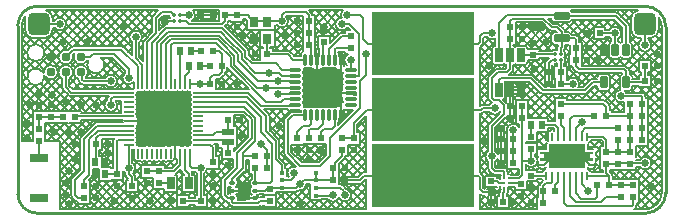
<source format=gtl>
G04*
G04 #@! TF.GenerationSoftware,Altium Limited,Altium Designer,20.2.6 (244)*
G04*
G04 Layer_Physical_Order=1*
G04 Layer_Color=255*
%FSLAX25Y25*%
%MOIN*%
G70*
G04*
G04 #@! TF.SameCoordinates,535AE1F0-9979-4E68-9054-F600688F37C9*
G04*
G04*
G04 #@! TF.FilePolarity,Positive*
G04*
G01*
G75*
%ADD10C,0.01000*%
%ADD15C,0.00600*%
%ADD22R,0.02362X0.02362*%
%ADD23R,0.02362X0.02362*%
%ADD24R,0.01968X0.02362*%
%ADD25R,0.02362X0.01968*%
G04:AMPARAMS|DCode=26|XSize=9.45mil|YSize=23.62mil|CornerRadius=1.98mil|HoleSize=0mil|Usage=FLASHONLY|Rotation=180.000|XOffset=0mil|YOffset=0mil|HoleType=Round|Shape=RoundedRectangle|*
%AMROUNDEDRECTD26*
21,1,0.00945,0.01965,0,0,180.0*
21,1,0.00548,0.02362,0,0,180.0*
1,1,0.00397,-0.00274,0.00983*
1,1,0.00397,0.00274,0.00983*
1,1,0.00397,0.00274,-0.00983*
1,1,0.00397,-0.00274,-0.00983*
%
%ADD26ROUNDEDRECTD26*%
G04:AMPARAMS|DCode=27|XSize=9.45mil|YSize=23.62mil|CornerRadius=1.98mil|HoleSize=0mil|Usage=FLASHONLY|Rotation=90.000|XOffset=0mil|YOffset=0mil|HoleType=Round|Shape=RoundedRectangle|*
%AMROUNDEDRECTD27*
21,1,0.00945,0.01965,0,0,90.0*
21,1,0.00548,0.02362,0,0,90.0*
1,1,0.00397,0.00983,0.00274*
1,1,0.00397,0.00983,-0.00274*
1,1,0.00397,-0.00983,-0.00274*
1,1,0.00397,-0.00983,0.00274*
%
%ADD27ROUNDEDRECTD27*%
%ADD28R,0.01968X0.02756*%
%ADD29C,0.00906*%
%ADD30R,0.18110X0.18110*%
%ADD31O,0.00787X0.03740*%
%ADD32O,0.03740X0.00787*%
G04:AMPARAMS|DCode=33|XSize=75mil|YSize=75mil|CornerRadius=18.75mil|HoleSize=0mil|Usage=FLASHONLY|Rotation=0.000|XOffset=0mil|YOffset=0mil|HoleType=Round|Shape=RoundedRectangle|*
%AMROUNDEDRECTD33*
21,1,0.07500,0.03750,0,0,0.0*
21,1,0.03750,0.07500,0,0,0.0*
1,1,0.03750,0.01875,-0.01875*
1,1,0.03750,-0.01875,-0.01875*
1,1,0.03750,-0.01875,0.01875*
1,1,0.03750,0.01875,0.01875*
%
%ADD33ROUNDEDRECTD33*%
G04:AMPARAMS|DCode=34|XSize=38.98mil|YSize=10.63mil|CornerRadius=1.33mil|HoleSize=0mil|Usage=FLASHONLY|Rotation=180.000|XOffset=0mil|YOffset=0mil|HoleType=Round|Shape=RoundedRectangle|*
%AMROUNDEDRECTD34*
21,1,0.03898,0.00797,0,0,180.0*
21,1,0.03632,0.01063,0,0,180.0*
1,1,0.00266,-0.01816,0.00399*
1,1,0.00266,0.01816,0.00399*
1,1,0.00266,0.01816,-0.00399*
1,1,0.00266,-0.01816,-0.00399*
%
%ADD34ROUNDEDRECTD34*%
G04:AMPARAMS|DCode=35|XSize=38.98mil|YSize=10.63mil|CornerRadius=1.33mil|HoleSize=0mil|Usage=FLASHONLY|Rotation=270.000|XOffset=0mil|YOffset=0mil|HoleType=Round|Shape=RoundedRectangle|*
%AMROUNDEDRECTD35*
21,1,0.03898,0.00797,0,0,270.0*
21,1,0.03632,0.01063,0,0,270.0*
1,1,0.00266,-0.00399,-0.01816*
1,1,0.00266,-0.00399,0.01816*
1,1,0.00266,0.00399,0.01816*
1,1,0.00266,0.00399,-0.01816*
%
%ADD35ROUNDEDRECTD35*%
%ADD36R,0.03150X0.03543*%
G04:AMPARAMS|DCode=37|XSize=25.59mil|YSize=47.24mil|CornerRadius=1.92mil|HoleSize=0mil|Usage=FLASHONLY|Rotation=180.000|XOffset=0mil|YOffset=0mil|HoleType=Round|Shape=RoundedRectangle|*
%AMROUNDEDRECTD37*
21,1,0.02559,0.04341,0,0,180.0*
21,1,0.02175,0.04724,0,0,180.0*
1,1,0.00384,-0.01088,0.02170*
1,1,0.00384,0.01088,0.02170*
1,1,0.00384,0.01088,-0.02170*
1,1,0.00384,-0.01088,-0.02170*
%
%ADD37ROUNDEDRECTD37*%
%ADD38R,0.01772X0.01181*%
G04:AMPARAMS|DCode=39|XSize=17.72mil|YSize=11.81mil|CornerRadius=1.95mil|HoleSize=0mil|Usage=FLASHONLY|Rotation=0.000|XOffset=0mil|YOffset=0mil|HoleType=Round|Shape=RoundedRectangle|*
%AMROUNDEDRECTD39*
21,1,0.01772,0.00791,0,0,0.0*
21,1,0.01382,0.01181,0,0,0.0*
1,1,0.00390,0.00691,-0.00396*
1,1,0.00390,-0.00691,-0.00396*
1,1,0.00390,-0.00691,0.00396*
1,1,0.00390,0.00691,0.00396*
%
%ADD39ROUNDEDRECTD39*%
%ADD41C,0.03098*%
G04:AMPARAMS|DCode=42|XSize=23.62mil|YSize=39.37mil|CornerRadius=2.01mil|HoleSize=0mil|Usage=FLASHONLY|Rotation=0.000|XOffset=0mil|YOffset=0mil|HoleType=Round|Shape=RoundedRectangle|*
%AMROUNDEDRECTD42*
21,1,0.02362,0.03535,0,0,0.0*
21,1,0.01961,0.03937,0,0,0.0*
1,1,0.00402,0.00980,-0.01768*
1,1,0.00402,-0.00980,-0.01768*
1,1,0.00402,-0.00980,0.01768*
1,1,0.00402,0.00980,0.01768*
%
%ADD42ROUNDEDRECTD42*%
G04:AMPARAMS|DCode=43|XSize=51.18mil|YSize=23.62mil|CornerRadius=2.01mil|HoleSize=0mil|Usage=FLASHONLY|Rotation=180.000|XOffset=0mil|YOffset=0mil|HoleType=Round|Shape=RoundedRectangle|*
%AMROUNDEDRECTD43*
21,1,0.05118,0.01961,0,0,180.0*
21,1,0.04717,0.02362,0,0,180.0*
1,1,0.00402,-0.02358,0.00980*
1,1,0.00402,0.02358,0.00980*
1,1,0.00402,0.02358,-0.00980*
1,1,0.00402,-0.02358,-0.00980*
%
%ADD43ROUNDEDRECTD43*%
%ADD44R,0.05906X0.02913*%
%ADD45R,0.02500X0.04000*%
%ADD46R,0.02362X0.02756*%
G04:AMPARAMS|DCode=53|XSize=11.81mil|YSize=11.81mil|CornerRadius=1.95mil|HoleSize=0mil|Usage=FLASHONLY|Rotation=180.000|XOffset=0mil|YOffset=0mil|HoleType=Round|Shape=RoundedRectangle|*
%AMROUNDEDRECTD53*
21,1,0.01181,0.00791,0,0,180.0*
21,1,0.00791,0.01181,0,0,180.0*
1,1,0.00390,-0.00396,0.00396*
1,1,0.00390,0.00396,0.00396*
1,1,0.00390,0.00396,-0.00396*
1,1,0.00390,-0.00396,-0.00396*
%
%ADD53ROUNDEDRECTD53*%
G04:AMPARAMS|DCode=65|XSize=39.37mil|YSize=62.99mil|CornerRadius=1.97mil|HoleSize=0mil|Usage=FLASHONLY|Rotation=0.000|XOffset=0mil|YOffset=0mil|HoleType=Round|Shape=RoundedRectangle|*
%AMROUNDEDRECTD65*
21,1,0.03937,0.05906,0,0,0.0*
21,1,0.03543,0.06299,0,0,0.0*
1,1,0.00394,0.01772,-0.02953*
1,1,0.00394,-0.01772,-0.02953*
1,1,0.00394,-0.01772,0.02953*
1,1,0.00394,0.01772,0.02953*
%
%ADD65ROUNDEDRECTD65*%
%ADD72R,0.12795X0.12795*%
%ADD73C,0.01339*%
%ADD74R,0.04488X0.02264*%
%ADD75C,0.02500*%
G36*
X118000Y24000D02*
X118000Y45000D01*
X152000D01*
X152000Y24000D01*
X118000D01*
D02*
G37*
G36*
X118000Y46000D02*
X118000Y67000D01*
X152000Y67000D01*
X152000Y46000D01*
X118000Y46000D01*
D02*
G37*
G36*
X118000Y2000D02*
X118000Y23000D01*
X152000D01*
X152000Y2000D01*
X118000D01*
D02*
G37*
G36*
X191862Y18335D02*
X190583Y18335D01*
Y19594D01*
X191862Y19594D01*
Y20500D01*
X189008Y20500D01*
Y23000D01*
X177000D01*
Y20500D01*
X174146Y20500D01*
Y19594D01*
X175425Y19594D01*
Y18335D01*
X174146Y18335D01*
Y17429D01*
X177000Y17429D01*
Y14929D01*
X189008D01*
Y17429D01*
X191862Y17429D01*
Y18335D01*
D02*
G37*
D10*
X215996Y62174D02*
G03*
X209000Y69000I-6828J0D01*
G01*
X209172Y0D02*
G03*
X216000Y6828I0J6828D01*
G01*
X6449Y69000D02*
G03*
X0Y62550I0J-6449D01*
G01*
Y6449D02*
G03*
X6449Y0I6449J0D01*
G01*
X216000Y6828D02*
Y62174D01*
X6449Y0D02*
X209172D01*
X6449Y69000D02*
X209000D01*
X0Y6449D02*
Y62550D01*
D15*
X214600Y62172D02*
G03*
X213620Y65283I-5428J0D01*
G01*
X206601Y67600D02*
G03*
X204350Y64875I524J-2725D01*
G01*
X203940Y62260D02*
G03*
X203589Y63108I-1200J0D01*
G01*
X203940Y62260D02*
G03*
X203589Y63108I-1200J0D01*
G01*
X210875Y58350D02*
G03*
X213650Y61125I0J2775D01*
G01*
X204350D02*
G03*
X207125Y58350I2775J0D01*
G01*
X200097Y66600D02*
G03*
X199249Y66952I-848J-848D01*
G01*
X200097Y66600D02*
G03*
X199249Y66952I-848J-848D01*
G01*
X200200Y58216D02*
G03*
X201150Y60000I-1200J1784D01*
G01*
D02*
G03*
X197216Y61200I-2150J0D01*
G01*
Y58800D02*
G03*
X197800Y58216I1784J1200D01*
G01*
X211150Y56000D02*
G03*
X210200Y57784I-2150J0D01*
G01*
X207800D02*
G03*
X211150Y56000I1200J-1784D01*
G01*
X204821Y56181D02*
G03*
X203940Y57260I-1101J0D01*
G01*
X203720Y51545D02*
G03*
X204821Y52646I0J1101D01*
G01*
X201540Y57260D02*
G03*
X200870Y56829I220J-1079D01*
G01*
Y51998D02*
G03*
X201760Y51545I890J648D01*
G01*
X199980D02*
G03*
X200870Y51998I0J1101D01*
G01*
Y56829D02*
G03*
X200200Y57260I-890J-648D01*
G01*
X196919Y52646D02*
G03*
X198020Y51545I1101J0D01*
G01*
X197800Y57260D02*
G03*
X196919Y56181I220J-1079D01*
G01*
X203952Y47249D02*
G03*
X203600Y48097I-1200J0D01*
G01*
X203952Y47249D02*
G03*
X203600Y48097I-1200J0D01*
G01*
X202849Y48849D02*
G03*
X202000Y49200I-848J-848D01*
G01*
X202849Y48849D02*
G03*
X202000Y49200I-848J-848D01*
G01*
X191200Y60000D02*
G03*
X189152Y60848I-1200J0D01*
G01*
X189088Y60786D02*
G03*
X190786Y59088I848J-848D01*
G01*
X190849Y59152D02*
G03*
X191200Y60000I-848J848D01*
G01*
X187200Y57908D02*
G03*
X186848Y58757I-1200J0D01*
G01*
X184705Y66940D02*
G03*
X184288Y67600I-1079J-220D01*
G01*
X183626Y63659D02*
G03*
X184705Y64540I0J1101D01*
G01*
X182468Y60435D02*
G03*
X182116Y61283I-1200J0D01*
G01*
X180551Y62849D02*
G03*
X179702Y63200I-848J-848D01*
G01*
X180551Y62849D02*
G03*
X179702Y63200I-848J-848D01*
G01*
X186497Y59108D02*
G03*
X185649Y59460I-848J-848D01*
G01*
X186497Y59108D02*
G03*
X185649Y59460I-848J-848D01*
G01*
X182468Y60435D02*
G03*
X182116Y61283I-1200J0D01*
G01*
X184705Y59460D02*
G03*
X183626Y60341I-1079J-220D01*
G01*
X187200Y57908D02*
G03*
X186848Y58757I-1200J0D01*
G01*
X186152Y47151D02*
G03*
X187000Y46800I848J848D01*
G01*
X186152Y47151D02*
G03*
X187000Y46800I848J848D01*
G01*
X184803Y48919D02*
G03*
X185152Y48151I1197J81D01*
G01*
X184803Y48919D02*
G03*
X185152Y48151I1197J81D01*
G01*
X182168Y54646D02*
G03*
X182468Y55439I-901J793D01*
G01*
X182168Y54646D02*
G03*
X182468Y55439I-901J793D01*
G01*
X182191Y52016D02*
G03*
X182538Y53000I-1222J984D01*
G01*
D02*
G03*
X182168Y54011I-1569J0D01*
G01*
X180068Y55932D02*
G03*
X179769Y55140I901J-793D01*
G01*
X180068Y55932D02*
G03*
X179769Y55140I901J-793D01*
G01*
X182538Y51032D02*
G03*
X182191Y52016I-1569J0D01*
G01*
X182168Y50020D02*
G03*
X182538Y51032I-1200J1011D01*
G01*
X178969Y49800D02*
G03*
X179728Y50071I0J1200D01*
G01*
X178969Y49800D02*
G03*
X179728Y50071I0J1200D01*
G01*
X208629Y39849D02*
G03*
X207780Y40200I-848J-848D01*
G01*
X209314Y38666D02*
G03*
X208963Y39515I-1200J0D01*
G01*
X209314Y38666D02*
G03*
X208963Y39515I-1200J0D01*
G01*
X208629Y39849D02*
G03*
X207780Y40200I-848J-848D01*
G01*
X201540Y46433D02*
G03*
X200659Y45354I220J-1079D01*
G01*
X204821D02*
G03*
X203951Y46431I-1101J0D01*
G01*
X203720Y40718D02*
G03*
X204821Y41819I0J1101D01*
G01*
X200659D02*
G03*
X200888Y41147I1101J0D01*
G01*
Y41147D02*
G03*
X202033Y37115I112J-2147D01*
G01*
X202784Y40200D02*
G03*
X202292Y40718I-1784J-1200D01*
G01*
X207330Y15466D02*
G03*
X211264Y16666I1784J1200D01*
G01*
D02*
G03*
X207330Y17866I-2150J0D01*
G01*
X209172Y1400D02*
G03*
X214600Y6828I0J5428D01*
G01*
X205963Y1972D02*
G03*
X206314Y2820I-848J848D01*
G01*
X205963Y1972D02*
G03*
X206314Y2820I-848J848D01*
G01*
X197341Y45354D02*
G03*
X196240Y46455I-1101J0D01*
G01*
X194280D02*
G03*
X193179Y45354I0J-1101D01*
G01*
X191587Y44787D02*
G03*
X190738Y44435I0J-1200D01*
G01*
X191587Y44787D02*
G03*
X190738Y44435I0J-1200D01*
G01*
X196240Y40718D02*
G03*
X197341Y41819I0J1101D01*
G01*
X193179D02*
G03*
X194280Y40718I1101J0D01*
G01*
X187150Y43150D02*
G03*
X183216Y44350I-2150J0D01*
G01*
X186887Y42119D02*
G03*
X187150Y43150I-1887J1031D01*
G01*
X188919Y39719D02*
G03*
X189767Y40070I0J1200D01*
G01*
X188919Y39719D02*
G03*
X189767Y40070I0J1200D01*
G01*
X197314Y35469D02*
G03*
X196963Y36317I-1200J0D01*
G01*
X197314Y35469D02*
G03*
X196963Y36317I-1200J0D01*
G01*
X195963Y37317D02*
G03*
X195114Y37669I-848J-848D01*
G01*
X195963Y37317D02*
G03*
X195114Y37669I-848J-848D01*
G01*
X198251Y12532D02*
G03*
X197900Y13380I-1200J0D01*
G01*
X198251Y12532D02*
G03*
X197900Y13380I-1200J0D01*
G01*
X198251Y12532D02*
G03*
X197900Y13380I-1200J0D01*
G01*
X190168Y23380D02*
G03*
X191244Y24261I0J1098D01*
G01*
X192669Y16012D02*
G03*
X192432Y16727I-1200J0D01*
G01*
X191469Y14812D02*
G03*
X192669Y16012I0J1200D01*
G01*
X189926Y15150D02*
G03*
X190760Y14812I835J862D01*
G01*
X191244Y13669D02*
G03*
X190168Y14550I-1077J-217D01*
G01*
X189926Y15150D02*
G03*
X190760Y14812I835J862D01*
G01*
X177809Y64760D02*
G03*
X178909Y63659I1101J0D01*
G01*
X177809Y57279D02*
G03*
X178909Y56179I1101J0D01*
G01*
Y60341D02*
G03*
X177809Y59240I0J-1101D01*
G01*
X177152Y61151D02*
G03*
X178000Y60800I848J848D01*
G01*
X177152Y61151D02*
G03*
X178000Y60800I848J848D01*
G01*
X179769Y54368D02*
G03*
X177989Y54200I-769J-1368D01*
G01*
X176152Y50849D02*
G03*
X175800Y50000I848J-848D01*
G01*
X176152Y50849D02*
G03*
X175800Y50000I848J-848D01*
G01*
X169920Y54785D02*
G03*
X168828Y55876I-1092J0D01*
G01*
Y49352D02*
G03*
X169920Y50444I0J1092D01*
G01*
X177815Y42119D02*
G03*
X178200Y43000I-815J881D01*
G01*
X171848Y45849D02*
G03*
X171000Y46200I-848J-848D01*
G01*
X175800Y43000D02*
G03*
X176185Y42119I1200J0D01*
G01*
X174233Y40070D02*
G03*
X175081Y39719I848J848D01*
G01*
X174233Y40070D02*
G03*
X175081Y39719I848J848D01*
G01*
X171848Y45849D02*
G03*
X171000Y46200I-848J-848D01*
G01*
X168940Y41000D02*
G03*
X167740Y42200I-1200J0D01*
G01*
Y39800D02*
G03*
X168940Y41000I0J1200D01*
G01*
X166653Y55876D02*
G03*
X165870Y55546I0J-1092D01*
G01*
X165870D02*
G03*
X165200Y55871I-783J-762D01*
G01*
X165870Y49682D02*
G03*
X166653Y49352I783J762D01*
G01*
X165200Y49358D02*
G03*
X165870Y49682I-112J1086D01*
G01*
X162130Y49682D02*
G03*
X162800Y49358I783J762D01*
G01*
X158080Y50444D02*
G03*
X159172Y49352I1092J0D01*
G01*
X161347D02*
G03*
X162130Y49682I0J1092D01*
G01*
X164848Y47151D02*
G03*
X165200Y48000I-848J848D01*
G01*
X164848Y47151D02*
G03*
X165200Y48000I-848J848D01*
G01*
X160000Y48200D02*
G03*
X159151Y47848I0J-1200D01*
G01*
X162439Y43170D02*
G03*
X162240Y43800I-1092J0D01*
G01*
X160000Y48200D02*
G03*
X159151Y47848I0J-1200D01*
G01*
X156216Y58800D02*
G03*
X159060Y58129I1784J1200D01*
G01*
Y55871D02*
G03*
X158080Y54785I112J-1086D01*
G01*
X154849Y56151D02*
G03*
X155200Y57000I-848J848D01*
G01*
X154849Y56151D02*
G03*
X155200Y57000I-848J848D01*
G01*
X157151Y45849D02*
G03*
X156800Y45000I848J-848D01*
G01*
X157151Y45849D02*
G03*
X156800Y45000I848J-848D01*
G01*
X164000Y42200D02*
G03*
X162800Y41000I0J-1200D01*
G01*
X164000Y42200D02*
G03*
X162800Y41000I0J-1200D01*
G01*
X165377Y35666D02*
G03*
X165200Y36294I-1200J0D01*
G01*
X165377Y35666D02*
G03*
X165200Y36294I-1200J0D01*
G01*
X161841Y37856D02*
G03*
X162439Y38830I-494J974D01*
G01*
X166914Y28842D02*
G03*
X166084Y29585I-1800J-1176D01*
G01*
X162977Y31666D02*
G03*
X165377Y31666I1200J0D01*
G01*
X156800Y38458D02*
G03*
X157151Y37609I1200J0D01*
G01*
X156800Y38458D02*
G03*
X157151Y37609I1200J0D01*
G01*
X157908Y36852D02*
G03*
X157216Y36200I1092J-1852D01*
G01*
X155000D02*
G03*
X154151Y35849I0J-1200D01*
G01*
X155000Y36200D02*
G03*
X154151Y35849I0J-1200D01*
G01*
X157216Y33800D02*
G03*
X160800Y33824I1784J1200D01*
G01*
X154500Y33300D02*
G03*
X155349Y33652I0J1200D01*
G01*
X154500Y33300D02*
G03*
X155349Y33652I0J1200D01*
G01*
X157151Y29849D02*
G03*
X156800Y29000I848J-848D01*
G01*
X157151Y29849D02*
G03*
X156800Y29000I848J-848D01*
G01*
X177809Y27542D02*
G03*
X176710Y26444I0J-1098D01*
G01*
Y24478D02*
G03*
X176879Y23893I1098J0D01*
G01*
X175248Y14812D02*
G03*
X176082Y15149I0J1200D01*
G01*
X175248Y14812D02*
G03*
X176082Y15149I0J1200D01*
G01*
X173576Y16727D02*
G03*
X174540Y14812I963J-716D01*
G01*
X166033Y29610D02*
G03*
X163170Y26747I-919J-1944D01*
G01*
X173228Y17860D02*
G03*
X172314Y19253I-2114J-391D01*
G01*
X169330Y16269D02*
G03*
X173257Y17288I1784J1200D01*
G01*
X175840Y14550D02*
G03*
X174763Y13669I0J-1098D01*
G01*
Y11269D02*
G03*
X175038Y10735I1077J217D01*
G01*
X164392Y12866D02*
G03*
X163314Y12941I-624J-1200D01*
G01*
Y13648D02*
G03*
X162963Y14497I-1200J0D01*
G01*
X163314Y13648D02*
G03*
X162963Y14497I-1200J0D01*
G01*
X163441Y8778D02*
G03*
X164392Y8891I326J1313D01*
G01*
X163314Y7892D02*
G03*
X163467Y8516I-1200J624D01*
G01*
X162968Y6169D02*
G03*
X163314Y7012I-853J843D01*
G01*
X162968Y6169D02*
G03*
X163314Y7012I-853J843D01*
G01*
X162377Y24666D02*
G03*
X162200Y25294I-1200J0D01*
G01*
Y28000D02*
G03*
X159800Y28000I-1200J0D01*
G01*
X162377Y24666D02*
G03*
X162200Y25294I-1200J0D01*
G01*
X159800Y24843D02*
G03*
X159977Y24216I1200J0D01*
G01*
X159800Y24843D02*
G03*
X159977Y24216I1200J0D01*
G01*
Y16666D02*
G03*
X162377Y16666I1200J0D01*
G01*
X162611Y14849D02*
G03*
X161763Y15200I-848J-848D01*
G01*
X162611Y14849D02*
G03*
X161763Y15200I-848J-848D01*
G01*
X159977Y19845D02*
G03*
X159200Y20784I-1977J-845D01*
G01*
Y17216D02*
G03*
X159977Y18155I-1200J1784D01*
G01*
X156800Y15000D02*
G03*
X157151Y14152I1200J0D01*
G01*
X156800Y15000D02*
G03*
X157151Y14152I1200J0D01*
G01*
X156800Y20784D02*
G03*
X156800Y17216I1200J-1784D01*
G01*
X160616Y11515D02*
G03*
X159849Y11863I-848J-848D01*
G01*
X160914Y12291D02*
G03*
X160805Y11326I1200J-624D01*
G01*
X160814Y8891D02*
G03*
X160914Y7892I1300J-375D01*
G01*
Y7509D02*
G03*
X160568Y6666I853J-843D01*
G01*
X160914Y7509D02*
G03*
X160568Y6666I853J-843D01*
G01*
X158151Y13151D02*
G03*
X159000Y12800I848J848D01*
G01*
X158151Y13151D02*
G03*
X159000Y12800I848J848D01*
G01*
X160616Y11515D02*
G03*
X159849Y11863I-848J-848D01*
G01*
X158352Y7811D02*
G03*
X157503Y8162I-848J-848D01*
G01*
X159031Y6634D02*
G03*
X158679Y7483I-1200J0D01*
G01*
X159031Y6634D02*
G03*
X158679Y7483I-1200J0D01*
G01*
X158352Y7811D02*
G03*
X157503Y8162I-848J-848D01*
G01*
X155200Y12000D02*
G03*
X154849Y12848I-1200J0D01*
G01*
X155200Y12000D02*
G03*
X154849Y12848I-1200J0D01*
G01*
X156631Y3666D02*
G03*
X159031Y3666I1200J0D01*
G01*
X154151Y6151D02*
G03*
X155000Y5800I848J848D01*
G01*
X154151Y6151D02*
G03*
X155000Y5800I848J848D01*
G01*
X108263Y67600D02*
G03*
X107947Y65149I1588J-1450D01*
G01*
D02*
G03*
X109784Y61800I53J-2149D01*
G01*
X107937Y60137D02*
G03*
X107088Y59785I0J-1200D01*
G01*
X107937Y60137D02*
G03*
X107088Y59785I0J-1200D01*
G01*
X102911Y60151D02*
G03*
X103263Y61000I-848J848D01*
G01*
X110030Y52919D02*
G03*
X109762Y49242I970J-1919D01*
G01*
X108814Y51197D02*
G03*
X107077Y52270I-1200J0D01*
G01*
Y53013D02*
G03*
X106846Y53664I-1033J0D01*
G01*
X104661Y48530D02*
G03*
X105247Y48348I586J851D01*
G01*
X104076D02*
G03*
X104661Y48530I0J1033D01*
G01*
X102107Y48348D02*
G03*
X102693Y48530I0J1033D01*
G01*
D02*
G03*
X103279Y48348I586J851D01*
G01*
X103263Y61000D02*
G03*
X101215Y61848I-1200J0D01*
G01*
X101152Y61786D02*
G03*
X102848Y60088I848J-848D01*
G01*
X98197Y66081D02*
G03*
X97848Y66848I-1197J-81D01*
G01*
X98197Y66081D02*
G03*
X97848Y66848I-1197J-81D01*
G01*
X100509Y53664D02*
G03*
X100277Y53013I801J-652D01*
G01*
Y52270D02*
G03*
X99203Y52270I-537J-1073D01*
G01*
Y53013D02*
G03*
X98972Y53664I-1033J0D01*
G01*
X96202Y48348D02*
G03*
X96787Y48530I0J1033D01*
G01*
D02*
G03*
X97373Y48348I586J851D01*
G01*
X108333Y44858D02*
G03*
X108151Y44273I851J-586D01*
G01*
Y45444D02*
G03*
X108333Y44858I1033J0D01*
G01*
X108151Y43475D02*
G03*
X108333Y42890I1033J0D01*
G01*
Y46827D02*
G03*
X108151Y46241I851J-586D01*
G01*
X108333Y42890D02*
G03*
X108151Y42304I851J-586D01*
G01*
X107077Y31541D02*
G03*
X108814Y32614I537J1073D01*
G01*
X108151Y37570D02*
G03*
X108333Y36984I1033J0D01*
G01*
X104661Y35281D02*
G03*
X104076Y35463I-586J-851D01*
G01*
X105247D02*
G03*
X104661Y35281I0J-1033D01*
G01*
X98540Y43874D02*
G03*
X98892Y43025I1200J0D01*
G01*
X98540Y43874D02*
G03*
X98892Y43025I1200J0D01*
G01*
X103279Y35463D02*
G03*
X102693Y35281I0J-1033D01*
G01*
X101310Y35463D02*
G03*
X100724Y35281I0J-1033D01*
G01*
X102693D02*
G03*
X102107Y35463I-586J-851D01*
G01*
X100724Y35281D02*
G03*
X100139Y35463I-586J-851D01*
G01*
X99341D02*
G03*
X98756Y35281I0J-1033D01*
G01*
X98756D02*
G03*
X98170Y35463I-586J-851D01*
G01*
X96787Y35281D02*
G03*
X96202Y35463I-586J-851D01*
G01*
X97373D02*
G03*
X96787Y35281I0J-1033D01*
G01*
X86216Y62800D02*
G03*
X90150Y64000I1784J1200D01*
G01*
D02*
G03*
X89361Y65664I-2150J0D01*
G01*
X90848Y53848D02*
G03*
X90000Y54200I-848J-848D01*
G01*
X66263Y66000D02*
G03*
X65063Y67200I-1200J0D01*
G01*
Y64800D02*
G03*
X66263Y66000I0J1200D01*
G01*
X61000Y67200D02*
G03*
X61000Y64800I0J-1200D01*
G01*
X77000Y53988D02*
G03*
X76648Y54837I-1200J0D01*
G01*
X77000Y53988D02*
G03*
X76648Y54837I-1200J0D01*
G01*
X69849Y63152D02*
G03*
X70197Y63919I-848J848D01*
G01*
X69849Y63152D02*
G03*
X70197Y63919I-848J848D01*
G01*
X95084Y46827D02*
G03*
X95266Y47412I-851J586D01*
G01*
Y46241D02*
G03*
X95084Y46827I-1033J0D01*
G01*
X95084Y44858D02*
G03*
X95266Y45444I-851J586D01*
G01*
Y42304D02*
G03*
X95084Y42890I-1033J0D01*
G01*
X94919Y53924D02*
G03*
X94372Y53013I486J-912D01*
G01*
X90848Y53848D02*
G03*
X90000Y54200I-848J-848D01*
G01*
X95084Y40921D02*
G03*
X95266Y41507I-851J586D01*
G01*
Y44273D02*
G03*
X95084Y44858I-1033J0D01*
G01*
X95084Y42890D02*
G03*
X95266Y43475I-851J586D01*
G01*
Y40336D02*
G03*
X95084Y40921I-1033J0D01*
G01*
X95084Y38953D02*
G03*
X95266Y39538I-851J586D01*
G01*
Y38367D02*
G03*
X95084Y38953I-1033J0D01*
G01*
X95084Y36984D02*
G03*
X95266Y37570I-851J586D01*
G01*
Y36399D02*
G03*
X95084Y36984I-1033J0D01*
G01*
X91614Y33814D02*
G03*
X90766Y33463I0J-1200D01*
G01*
X91614Y33814D02*
G03*
X90766Y33463I0J-1200D01*
G01*
X68849Y46152D02*
G03*
X69197Y46919I-848J848D01*
G01*
X68849Y46152D02*
G03*
X69197Y46919I-848J848D01*
G01*
X67000Y44800D02*
G03*
X67848Y45151I0J1200D01*
G01*
X67000Y44800D02*
G03*
X67848Y45151I0J1200D01*
G01*
X89152Y31848D02*
G03*
X88800Y31000I848J-848D01*
G01*
X89152Y31848D02*
G03*
X88800Y31000I848J-848D01*
G01*
X83950Y32250D02*
G03*
X83599Y33099I-1200J0D01*
G01*
X83950Y32250D02*
G03*
X83599Y33099I-1200J0D01*
G01*
X106846Y30147D02*
G03*
X107077Y30798I-801J652D01*
G01*
X101848Y20214D02*
G03*
X102200Y21063I-848J848D01*
G01*
D02*
G03*
X100152Y21912I-1200J0D01*
G01*
X108849Y18151D02*
G03*
X109197Y18919I-848J848D01*
G01*
X108849Y18151D02*
G03*
X109197Y18919I-848J848D01*
G01*
X87221Y23979D02*
G03*
X86870Y24827I-1200J0D01*
G01*
X87221Y23979D02*
G03*
X86870Y24827I-1200J0D01*
G01*
X100120Y21880D02*
G03*
X101817Y20183I848J-848D01*
G01*
X88800Y20000D02*
G03*
X89152Y19151I1200J0D01*
G01*
X88800Y20000D02*
G03*
X89152Y19151I1200J0D01*
G01*
X115500Y13700D02*
G03*
X114652Y13349I0J-1200D01*
G01*
X115500Y13700D02*
G03*
X114652Y13349I0J-1200D01*
G01*
X114000Y9800D02*
G03*
X114848Y10152I0J1200D01*
G01*
X114000Y9800D02*
G03*
X114848Y10152I0J1200D01*
G01*
X108937Y12200D02*
G03*
X108937Y9800I0J-1200D01*
G01*
X111150Y6000D02*
G03*
X109613Y8061I-2150J0D01*
G01*
X108408Y9290D02*
G03*
X107559Y9641I-848J-848D01*
G01*
X108408Y9290D02*
G03*
X107559Y9641I-848J-848D01*
G01*
X107000Y5211D02*
G03*
X111150Y6000I2000J789D01*
G01*
X93656Y7610D02*
G03*
X96219Y9720I413J2110D01*
G01*
X92789Y7241D02*
G03*
X93638Y7592I0J1200D01*
G01*
X92789Y7241D02*
G03*
X93638Y7592I0J1200D01*
G01*
X92812Y15491D02*
G03*
X90288Y12200I-812J-1991D01*
G01*
X89200Y16000D02*
G03*
X88849Y16849I-1200J0D01*
G01*
X89200Y16000D02*
G03*
X88849Y16849I-1200J0D01*
G01*
X103301Y4682D02*
G03*
X107000Y5211I1698J1318D01*
G01*
X77977Y11483D02*
G03*
X77391Y10514I509J-969D01*
G01*
X75849Y14152D02*
G03*
X76200Y15000I-848J848D01*
G01*
X75849Y14152D02*
G03*
X76200Y15000I-848J848D01*
G01*
X73286Y10514D02*
G03*
X72975Y11278I-1095J0D01*
G01*
X66200Y22000D02*
G03*
X65848Y22849I-1200J0D01*
G01*
X66200Y22000D02*
G03*
X65848Y22849I-1200J0D01*
G01*
X68151Y11849D02*
G03*
X67800Y11000I848J-848D01*
G01*
X68151Y11849D02*
G03*
X67800Y11000I848J-848D01*
G01*
X62200Y13216D02*
G03*
X63147Y14887I-1200J1784D01*
G01*
X77840Y8839D02*
G03*
X77391Y7955I646J-884D01*
G01*
Y9723D02*
G03*
X77840Y8839I1095J0D01*
G01*
X77391Y7163D02*
G03*
X77966Y6200I1095J0D01*
G01*
X79868Y6069D02*
G03*
X80611Y6359I0J1095D01*
G01*
X76539Y7559D02*
G03*
X75339Y8759I-1200J0D01*
G01*
X76539Y7559D02*
G03*
X75339Y8759I-1200J0D01*
G01*
X74179Y6359D02*
G03*
X74490Y5820I1159J310D01*
G01*
X74179Y6359D02*
G03*
X74490Y5820I1159J310D01*
G01*
X80161Y2149D02*
G03*
X81009Y2500I0J1200D01*
G01*
X80161Y2149D02*
G03*
X81009Y2500I0J1200D01*
G01*
X80368Y5150D02*
G03*
X79723Y6069I-1190J-150D01*
G01*
X72711Y8759D02*
G03*
X73286Y9723I-520J963D01*
G01*
X70954Y8628D02*
G03*
X70954Y6491I546J-1068D01*
G01*
X70200Y8813D02*
G03*
X70809Y8628I609J910D01*
G01*
X73286Y5396D02*
G03*
X72711Y6359I-1095J0D01*
G01*
X67800Y6000D02*
G03*
X68151Y5152I1200J0D01*
G01*
X69152Y4152D02*
G03*
X70000Y3800I848J848D01*
G01*
X69152Y4152D02*
G03*
X70000Y3800I848J848D01*
G01*
X67800Y6000D02*
G03*
X68151Y5152I1200J0D01*
G01*
X70302Y3634D02*
G03*
X70652Y2851I1198J66D01*
G01*
X70302Y3634D02*
G03*
X70652Y2851I1198J66D01*
G01*
X71003Y2500D02*
G03*
X71851Y2149I848J848D01*
G01*
X71003Y2500D02*
G03*
X71851Y2149I848J848D01*
G01*
X59150Y66000D02*
G03*
X58436Y67600I-2150J0D01*
G01*
X50471Y65800D02*
G03*
X50708Y65125I1560J169D01*
G01*
X58176Y64200D02*
G03*
X59150Y66000I-1176J1800D01*
G01*
X45151Y65848D02*
G03*
X44800Y65000I848J-848D01*
G01*
X45151Y65848D02*
G03*
X44800Y65000I848J-848D01*
G01*
X49075Y65125D02*
G03*
X48226Y64773I0J-1200D01*
G01*
X49075Y65125D02*
G03*
X48226Y64773I0J-1200D01*
G01*
X48151Y64698D02*
G03*
X48932Y62652I848J-848D01*
G01*
X42254Y57910D02*
G03*
X41902Y57062I848J-848D01*
G01*
X42254Y57910D02*
G03*
X41902Y57062I848J-848D01*
G01*
X40478Y56959D02*
G03*
X41428Y58743I-1200J1784D01*
G01*
D02*
G03*
X38078Y56959I-2150J0D01*
G01*
X35399Y55298D02*
G03*
X34551Y55649I-848J-848D01*
G01*
X35399Y55298D02*
G03*
X34551Y55649I-848J-848D01*
G01*
X35800Y46784D02*
G03*
X38659Y43633I1200J-1784D01*
G01*
X33150Y44000D02*
G03*
X29216Y45200I-2150J0D01*
G01*
Y42800D02*
G03*
X33150Y44000I1784J1200D01*
G01*
X54913Y40623D02*
G03*
X56488Y40623I787J1027D01*
G01*
X53339D02*
G03*
X54913Y40623I787J1027D01*
G01*
X56488D02*
G03*
X57473Y40371I787J1027D01*
G01*
X50189Y40623D02*
G03*
X51764Y40623I787J1027D01*
G01*
D02*
G03*
X53339Y40623I787J1027D01*
G01*
X57473Y40371D02*
G03*
X57726Y39386I1278J-198D01*
G01*
D02*
G03*
X57726Y37811I1027J-787D01*
G01*
Y37811D02*
G03*
X57726Y36236I1027J-787D01*
G01*
X47039Y40623D02*
G03*
X48614Y40623I787J1027D01*
G01*
X45465D02*
G03*
X47039Y40623I787J1027D01*
G01*
X48614D02*
G03*
X50189Y40623I787J1027D01*
G01*
X40740D02*
G03*
X42315Y40623I787J1027D01*
G01*
X43890D02*
G03*
X45465Y40623I787J1027D01*
G01*
X42315D02*
G03*
X43890Y40623I787J1027D01*
G01*
X39755Y40371D02*
G03*
X40740Y40623I198J1278D01*
G01*
X57726Y34661D02*
G03*
X57726Y33087I1027J-787D01*
G01*
Y33087D02*
G03*
X57726Y31512I1027J-787D01*
G01*
Y36236D02*
G03*
X57726Y34661I1027J-787D01*
G01*
X45526Y36297D02*
G03*
X43829Y34600I-848J-848D01*
G01*
X39503Y39386D02*
G03*
X39770Y40173I-1027J787D01*
G01*
Y37024D02*
G03*
X39503Y37811I-1294J0D01*
G01*
Y36236D02*
G03*
X39770Y37024I-1027J787D01*
G01*
Y38598D02*
G03*
X39503Y39386I-1294J0D01*
G01*
Y37811D02*
G03*
X39770Y38598I-1027J787D01*
G01*
X34285Y37398D02*
G03*
X34497Y36236I1238J-375D01*
G01*
X33150Y36000D02*
G03*
X32633Y37398I-2150J0D01*
G01*
X39503Y34661D02*
G03*
X39770Y35449I-1027J787D01*
G01*
D02*
G03*
X39503Y36236I-1294J0D01*
G01*
X39770Y33874D02*
G03*
X39503Y34661I-1294J0D01*
G01*
Y33087D02*
G03*
X39770Y33874I-1027J787D01*
G01*
Y32299D02*
G03*
X39503Y33087I-1294J0D01*
G01*
X34497Y34661D02*
G03*
X34285Y33499I1027J-787D01*
G01*
X34497Y36236D02*
G03*
X34497Y34661I1027J-787D01*
G01*
X29800Y37784D02*
G03*
X33150Y36000I1200J-1784D01*
G01*
X18449Y55649D02*
G03*
X17601Y55298I0J-1200D01*
G01*
X18449Y55649D02*
G03*
X17601Y55298I0J-1200D01*
G01*
X16150Y63000D02*
G03*
X12216Y64200I-2150J0D01*
G01*
Y61800D02*
G03*
X16150Y63000I1784J1200D01*
G01*
X28851Y49500D02*
G03*
X27684Y51800I-2851J0D01*
G01*
X23463Y50800D02*
G03*
X28851Y49500I2537J-1300D01*
G01*
X23449Y47000D02*
G03*
X20249Y44669I-2449J0D01*
G01*
X18449Y52000D02*
G03*
X18358Y52661I-2449J0D01*
G01*
X18827Y53130D02*
G03*
X23135Y50800I2173J-1130D01*
G01*
X16661Y54358D02*
G03*
X18449Y52000I-661J-2358D01*
G01*
Y47000D02*
G03*
X14800Y44865I-2449J0D01*
G01*
X11650Y64875D02*
G03*
X9399Y67600I-2775J0D01*
G01*
X8875Y58350D02*
G03*
X11650Y61125I0J2775D01*
G01*
X2350D02*
G03*
X5125Y58350I2775J0D01*
G01*
X2459Y65644D02*
G03*
X2350Y64875I2666J-769D01*
G01*
X2459Y65644D02*
G03*
X1400Y62559I3991J-3094D01*
G01*
X8827Y45871D02*
G03*
X13449Y47000I2173J1129D01*
G01*
D02*
G03*
X8564Y46746I-2449J0D01*
G01*
X8851Y53500D02*
G03*
X8851Y53500I-2851J0D01*
G01*
X8564Y46746D02*
G03*
X8851Y45500I-2564J-1246D01*
G01*
X22661Y45200D02*
G03*
X23449Y47000I-1661J1800D01*
G01*
X21151Y43152D02*
G03*
X22000Y42800I848J848D01*
G01*
X20249Y44551D02*
G03*
X20601Y43702I1200J0D01*
G01*
X20249Y44551D02*
G03*
X20601Y43702I1200J0D01*
G01*
X21151Y43152D02*
G03*
X22000Y42800I848J848D01*
G01*
X30152Y38849D02*
G03*
X29800Y38000I848J-848D01*
G01*
X30152Y38849D02*
G03*
X29800Y38000I848J-848D01*
G01*
X17200Y44865D02*
G03*
X18449Y47000I-1200J2135D01*
G01*
X16978Y39325D02*
G03*
X17827Y38973I848J848D01*
G01*
X16978Y39325D02*
G03*
X17827Y38973I848J848D01*
G01*
X14800Y42000D02*
G03*
X15152Y41151I1200J0D01*
G01*
X14800Y42000D02*
G03*
X15152Y41151I1200J0D01*
G01*
X57726Y29937D02*
G03*
X57726Y28362I1027J-787D01*
G01*
Y31512D02*
G03*
X57726Y29937I1027J-787D01*
G01*
Y28362D02*
G03*
X57726Y26787I1027J-787D01*
G01*
Y26787D02*
G03*
X57726Y25213I1027J-787D01*
G01*
D02*
G03*
X57726Y23638I1027J-787D01*
G01*
D02*
G03*
X57473Y22652I1027J-787D01*
G01*
X53751Y27575D02*
G03*
X53400Y28423I-1200J0D01*
G01*
X47827Y29524D02*
G03*
X48612Y29817I0J1200D01*
G01*
X53751Y27575D02*
G03*
X53400Y28423I-1200J0D01*
G01*
X57473Y22652D02*
G03*
X56488Y22400I-198J-1278D01*
G01*
D02*
G03*
X54913Y22400I-787J-1027D01*
G01*
D02*
G03*
X53751Y22612I-787J-1027D01*
G01*
X50189Y17395D02*
G03*
X52270Y18421I787J1027D01*
G01*
X51351Y22612D02*
G03*
X50189Y22400I-375J-1238D01*
G01*
D02*
G03*
X48614Y22400I-787J-1027D01*
G01*
Y17395D02*
G03*
X50189Y17395I787J1027D01*
G01*
X45465Y22400D02*
G03*
X43890Y22400I-787J-1027D01*
G01*
X47039D02*
G03*
X45465Y22400I-787J-1027D01*
G01*
X40740D02*
G03*
X39755Y22652I-787J-1027D01*
G01*
X43890Y22400D02*
G03*
X42315Y22400I-787J-1027D01*
G01*
X47039Y17395D02*
G03*
X48614Y17395I787J1027D01*
G01*
Y22400D02*
G03*
X47039Y22400I-787J-1027D01*
G01*
X45465Y17395D02*
G03*
X47039Y17395I787J1027D01*
G01*
X43890D02*
G03*
X45465Y17395I787J1027D01*
G01*
X42315D02*
G03*
X43890Y17395I787J1027D01*
G01*
X42315Y22400D02*
G03*
X40740Y22400I-787J-1027D01*
G01*
Y17395D02*
G03*
X42315Y17395I787J1027D01*
G01*
X38659Y18421D02*
G03*
X40740Y17395I1294J0D01*
G01*
X59216Y13800D02*
G03*
X59800Y13216I1784J1200D01*
G01*
X58200Y13000D02*
G03*
X57890Y13805I-1200J0D01*
G01*
X54501Y14299D02*
G03*
X54852Y13451I1200J0D01*
G01*
X58200Y13000D02*
G03*
X57890Y13805I-1200J0D01*
G01*
X54501Y14299D02*
G03*
X54852Y13451I1200J0D01*
G01*
X39770Y26000D02*
G03*
X39503Y26787I-1294J0D01*
G01*
Y26787D02*
G03*
X39770Y27575I-1027J787D01*
G01*
X39503Y25213D02*
G03*
X39770Y26000I-1027J787D01*
G01*
X39503Y28362D02*
G03*
X39770Y29150I-1027J787D01*
G01*
Y27575D02*
G03*
X39503Y28362I-1294J0D01*
G01*
X39770Y24425D02*
G03*
X39503Y25213I-1294J0D01*
G01*
Y23638D02*
G03*
X39770Y24425I-1027J787D01*
G01*
X32106Y24800D02*
G03*
X31800Y24000I894J-800D01*
G01*
X32106Y24800D02*
G03*
X31800Y24000I894J-800D01*
G01*
X26453Y30350D02*
G03*
X25604Y29998I0J-1200D01*
G01*
X26453Y30350D02*
G03*
X25604Y29998I0J-1200D01*
G01*
X21151Y25546D02*
G03*
X20800Y24697I848J-848D01*
G01*
X21151Y25546D02*
G03*
X20800Y24697I848J-848D01*
G01*
X39770Y22850D02*
G03*
X39503Y23638I-1294J0D01*
G01*
X38361Y13336D02*
G03*
X39150Y15000I-1361J1664D01*
G01*
D02*
G03*
X38200Y16784I-2150J0D01*
G01*
X35081Y14030D02*
G03*
X35800Y13216I1919J970D01*
G01*
X39200Y12000D02*
G03*
X38849Y12849I-1200J0D01*
G01*
X35800Y13000D02*
G03*
X36151Y12152I1200J0D01*
G01*
X35800Y13000D02*
G03*
X36151Y12152I1200J0D01*
G01*
X39200Y12000D02*
G03*
X38849Y12849I-1200J0D01*
G01*
X24618Y11921D02*
G03*
X24969Y12769I-848J848D01*
G01*
X24618Y11921D02*
G03*
X24969Y12769I-848J848D01*
G01*
X18151Y11849D02*
G03*
X17800Y11000I848J-848D01*
G01*
X18151Y11849D02*
G03*
X17800Y11000I848J-848D01*
G01*
Y6000D02*
G03*
X18151Y5152I1200J0D01*
G01*
X17800Y6000D02*
G03*
X18151Y5152I1200J0D01*
G01*
X19151Y4152D02*
G03*
X19919Y3803I848J848D01*
G01*
X19151Y4152D02*
G03*
X19919Y3803I848J848D01*
G01*
X213650Y61125D02*
Y64875D01*
X203000Y67600D02*
X206601D01*
X213650Y63743D02*
X214178Y64271D01*
X213650Y63536D02*
X214583Y62603D01*
X213641Y60906D02*
X214600Y61865D01*
X203929Y67600D02*
X204942Y66588D01*
X204350Y61125D02*
Y64875D01*
X202645Y64052D02*
X204585Y65992D01*
X203917Y62495D02*
X204350Y62929D01*
X213641Y60906D02*
X214600Y61865D01*
X213622Y60735D02*
X214600Y59758D01*
X211099Y55536D02*
X214600Y59036D01*
X210382Y57647D02*
X211094Y58359D01*
X212588Y58942D02*
X214600Y56929D01*
X210382Y57647D02*
X211094Y58359D01*
X203940Y57260D02*
Y62260D01*
X201540Y57260D02*
Y61763D01*
X204233Y57155D02*
X205777Y58699D01*
X203940Y59104D02*
X206858Y56186D01*
X203940Y59690D02*
X204494Y60244D01*
X201231Y65466D02*
X203364Y67600D01*
X201101D02*
X204350Y64351D01*
X184288Y67600D02*
X203000D01*
X199769Y66833D02*
X200536Y67600D01*
X200097Y66600D02*
X203589Y63108D01*
X197059Y66952D02*
X197708Y67600D01*
X198272D02*
X198921Y66952D01*
X191393D02*
X199249D01*
X195017Y62081D02*
X197487Y64552D01*
X195664D02*
X198214Y62001D01*
X191546Y64552D02*
X198751D01*
X201540Y61763D01*
X200303Y61710D02*
X200948Y62355D01*
X198492Y64552D02*
X201540Y61504D01*
X201001Y59214D02*
X201540Y58675D01*
X196965Y61200D02*
X199534Y63769D01*
X195821Y58800D02*
X197216D01*
X195821Y58737D02*
X197441Y57117D01*
X190146Y58755D02*
X199702Y49200D01*
X188018Y49425D02*
X197290Y58697D01*
X210351Y58350D02*
X214600Y54101D01*
X209473Y51081D02*
X214600Y56208D01*
X210893Y54980D02*
X214600Y51272D01*
X211081Y49861D02*
X214600Y53380D01*
X206919Y51081D02*
X211081D01*
X207125Y58350D02*
X207800D01*
X210200D02*
X210875D01*
X204821Y54915D02*
X207800Y57893D01*
X204821Y52646D02*
Y56181D01*
Y55394D02*
X209134Y51081D01*
X204819Y52568D02*
X206919Y50468D01*
X211081Y47032D02*
X214600Y50551D01*
X211081Y46919D02*
Y51081D01*
X209186Y53858D02*
X214600Y48444D01*
X210200Y46919D02*
X211081D01*
X210200Y46151D02*
X210968Y46919D01*
X210200Y46081D02*
Y46919D01*
X206919D02*
Y51081D01*
X204512Y46120D02*
X206919Y48527D01*
X203952Y46466D02*
Y47249D01*
X206919Y46919D02*
X207800D01*
X207301Y46081D02*
X207800Y46580D01*
X206919Y46081D02*
X207800D01*
X201935Y49200D02*
X207353Y54618D01*
X201760Y51545D02*
X203720D01*
X200200Y57260D02*
Y58216D01*
X197800Y57260D02*
Y58216D01*
X198020Y51545D02*
X199980D01*
X203630Y48066D02*
X209464Y53901D01*
X203014Y51545D02*
X206919Y47640D01*
X201935Y49200D02*
X207353Y54618D01*
X202849Y48849D02*
X203600Y48097D01*
X199107Y49200D02*
X201486Y51579D01*
X196278Y49200D02*
X198623Y51545D01*
X188018Y49200D02*
X202000D01*
X187000Y46800D02*
X201503D01*
X194231Y66952D02*
X194879Y67600D01*
X195444D02*
X196092Y66952D01*
X192615Y67600D02*
X193264Y66952D01*
X192835Y64552D02*
X195306Y62081D01*
X192189D02*
X194659Y64552D01*
X195306Y62081D02*
X195821Y61566D01*
X192053Y62081D02*
X195821D01*
X186959Y67600D02*
X187618Y66940D01*
X188563D02*
X189222Y67600D01*
X185734Y66940D02*
X186394Y67600D01*
X191402Y66952D02*
X192051Y67600D01*
X190018Y64540D02*
X192477Y62081D01*
X189787Y67600D02*
X190447Y66940D01*
X195821Y61200D02*
Y62081D01*
X192053Y57919D02*
Y62081D01*
X190901Y60793D02*
X192053Y61945D01*
X187190Y64540D02*
X192053Y59677D01*
X195821Y61200D02*
X197216D01*
X195821Y57919D02*
Y58800D01*
X188081Y55145D02*
X192053Y59117D01*
X186441Y59161D02*
X191831Y64552D01*
X187200Y57092D02*
X189144Y59036D01*
X184705Y66940D02*
X191229D01*
X184705Y64540D02*
X191382D01*
X182413Y60791D02*
X186162Y64540D01*
X178909Y63659D02*
X183626D01*
X179586D02*
X180120Y63125D01*
X181097Y62303D02*
X182453Y63659D01*
X179165Y63200D02*
X179624Y63659D01*
X180551Y62849D02*
X182116Y61283D01*
X184618Y64283D02*
X188755Y60146D01*
X184436Y59985D02*
X188991Y64540D01*
X182414Y63659D02*
X196873Y49200D01*
X184705Y59460D02*
X185649D01*
X182393Y60852D02*
X182904Y60341D01*
X179205Y60800D02*
X179664Y60341D01*
X182468D02*
X183626D01*
X178909D02*
X179664D01*
X192053Y57919D02*
X195821D01*
X193811D02*
X196919Y54811D01*
X187200Y57081D02*
X188081D01*
X188018Y52254D02*
X193683Y57919D01*
X196919Y52646D02*
Y56181D01*
X193450Y49200D02*
X196919Y52669D01*
X188081Y52919D02*
Y57081D01*
X187200D02*
Y57908D01*
X183919Y53081D02*
Y56218D01*
X182468Y56179D02*
X183626D01*
X188018Y49200D02*
Y52919D01*
X182468Y55439D02*
Y56179D01*
X188081Y55164D02*
X194045Y49200D01*
X190621D02*
X196919Y55498D01*
X188018Y52398D02*
X191216Y49200D01*
X194280Y46455D02*
X196240D01*
X183856Y48919D02*
X184803D01*
X183856D02*
Y53081D01*
X183050Y47285D02*
X184683Y48919D01*
X185152Y48151D02*
X186152Y47151D01*
X182433Y55154D02*
X183458Y56179D01*
X182433Y55154D02*
X183919Y53669D01*
X182334Y52226D02*
X183919Y53811D01*
X178909Y56179D02*
X180068D01*
X179769Y54368D02*
Y55140D01*
X182168Y54011D02*
Y54646D01*
X179020Y54569D02*
X179784Y55334D01*
X182401Y52359D02*
X183856Y50904D01*
X182168Y49762D02*
X182850Y49081D01*
X182168D02*
X183050D01*
X182168Y49233D02*
X183856Y50920D01*
X182168Y49081D02*
Y50020D01*
X179265Y49837D02*
X179769Y49334D01*
Y49081D02*
Y50020D01*
X179189Y49081D02*
X179769Y49661D01*
X211081Y49134D02*
X214600Y45615D01*
X211081Y44204D02*
X214600Y47723D01*
X210200Y46081D02*
X211081D01*
X210468Y46919D02*
X214600Y42787D01*
X211081Y41919D02*
Y46081D01*
Y43477D02*
X214600Y39959D01*
X209082Y39376D02*
X214600Y44894D01*
X207800Y46081D02*
Y46919D01*
X207077Y40200D02*
X208796Y41919D01*
X210132Y37598D02*
X214600Y42066D01*
X210132Y34770D02*
X214600Y39237D01*
X209811Y41919D02*
X214600Y37130D01*
X206983Y41919D02*
X214600Y34302D01*
X210132Y35941D02*
X214600Y31473D01*
X210132Y33112D02*
X214600Y28645D01*
X210132Y31941D02*
X214600Y36409D01*
X210132Y34550D02*
Y38550D01*
X214600Y6828D02*
Y62172D01*
X209314Y38550D02*
X210132D01*
Y29113D02*
X214600Y33581D01*
X210132Y26285D02*
X214600Y30752D01*
X210132Y30550D02*
Y34388D01*
X206007Y44787D02*
X206919Y45699D01*
Y44787D02*
Y46081D01*
X200169Y51561D02*
X206919Y44811D01*
X204821Y44787D02*
X206919D01*
X204821Y42387D02*
X206919D01*
Y41919D02*
X211081D01*
X202784Y40200D02*
X207780D01*
X199273Y46800D02*
X200661Y45413D01*
X202292Y40718D02*
X203720D01*
X204249Y40200D02*
X206435Y42387D01*
X204719Y41355D02*
X205873Y40200D01*
X202527Y40718D02*
X203045Y40200D01*
X200719Y36868D02*
X202033Y35555D01*
Y34550D02*
Y37115D01*
X198195Y34146D02*
X200901Y36852D01*
X194007Y40752D02*
X201091Y33669D01*
X200546D02*
X202033Y35156D01*
Y33669D02*
Y34388D01*
X198195Y33669D02*
X202033D01*
X210132Y30284D02*
X214600Y25816D01*
X210132Y23456D02*
X214600Y27924D01*
X210132Y27456D02*
X214600Y22988D01*
X208024Y18519D02*
X214600Y25095D01*
X210576Y18243D02*
X214600Y22267D01*
X211157Y15995D02*
X214600Y19439D01*
X210132Y24627D02*
X214600Y20159D01*
X210132Y26550D02*
Y30388D01*
Y22388D02*
Y26388D01*
X209543Y22388D02*
X214600Y17331D01*
X210861Y15413D02*
X214600Y11674D01*
X207195Y9205D02*
X214600Y16610D01*
X208921Y14525D02*
X214600Y8846D01*
X207195Y6377D02*
X214600Y13782D01*
X207875Y1400D02*
X214600Y8125D01*
X207195Y3548D02*
X214600Y10953D01*
X207195Y10594D02*
X213799Y3990D01*
X207195Y7765D02*
X212455Y2506D01*
X207195Y7550D02*
Y11487D01*
Y3388D02*
Y7325D01*
X211033Y1729D02*
X214271Y4967D01*
X207195Y4937D02*
X210553Y1579D01*
X206195Y19519D02*
X209064Y22388D01*
X206715D02*
X214600Y14503D01*
X206195Y22388D02*
X210132D01*
X206195Y20079D02*
X207861Y18413D01*
X206195Y17866D02*
X207330D01*
X206195Y15466D02*
X207330D01*
X202195Y14451D02*
X206195D01*
Y18613D02*
Y22388D01*
Y14451D02*
Y15466D01*
X201055Y11550D02*
X203955Y14451D01*
X198251Y11575D02*
X201127Y14451D01*
X199132Y11550D02*
X203195D01*
X198195Y14451D02*
X202033D01*
X206648Y11487D02*
X209785Y14623D01*
X206167Y14451D02*
X214547Y6070D01*
X203820Y11487D02*
X207537Y15204D01*
X205308Y1400D02*
X209172D01*
X206314Y2990D02*
X207904Y1400D01*
X203195Y11487D02*
X207195D01*
X203338Y14451D02*
X206302Y11487D01*
X206303Y2656D02*
X207034Y3388D01*
X200510Y14451D02*
X203474Y11487D01*
X206314Y3388D02*
X207195D01*
X197341Y44606D02*
X199535Y46800D01*
X197341Y44606D02*
X199535Y46800D01*
X196445D02*
X200659Y42586D01*
X197341Y41819D02*
Y45354D01*
X200659Y41819D02*
Y45354D01*
X191587Y44787D02*
X193179D01*
X191865D02*
X193878Y46800D01*
X190788D02*
X192801Y44787D01*
X192084Y42387D02*
X193179D01*
X197340Y41777D02*
X200659Y45096D01*
X197341Y43075D02*
X199702Y40714D01*
X195826Y37435D02*
X200659Y42267D01*
X194280Y40718D02*
X196240D01*
X196747Y40841D02*
X198868Y38719D01*
X193232Y37669D02*
X196282Y40719D01*
X192373Y42387D02*
X193213Y41546D01*
X189767Y40070D02*
X192084Y42387D01*
X190404Y37669D02*
X193651Y40916D01*
X190814Y41117D02*
X194262Y37669D01*
X190404D02*
X193651Y40916D01*
X187960Y46800D02*
X190531Y44228D01*
X187133Y42884D02*
X191050Y46800D01*
X186291Y44869D02*
X188221Y46800D01*
X183050Y48881D02*
X189117Y42814D01*
X186887Y42119D02*
X188422D01*
X190738Y44435D01*
X183050Y45081D02*
Y49081D01*
X183081Y44488D02*
X185948Y47355D01*
X183050Y46053D02*
X184033Y45070D01*
X183081Y44350D02*
Y45081D01*
X178919Y42119D02*
Y44919D01*
X187575Y37669D02*
X192293Y42387D01*
X186555Y39719D02*
X188605Y37669D01*
X189316Y39786D02*
X191434Y37669D01*
X184747D02*
X186797Y39719D01*
X182800Y38550D02*
X183969Y39719D01*
X183727D02*
X185777Y37669D01*
X180898Y39719D02*
X182067Y38550D01*
X179971D02*
X181140Y39719D01*
X179033Y34613D02*
Y38550D01*
X183195D01*
X197200Y35980D02*
X199141Y37920D01*
X195963Y37317D02*
X196963Y36317D01*
X197314Y34550D02*
Y35469D01*
X198195Y33669D02*
Y34550D01*
X197314D02*
X198195D01*
X193528Y24261D02*
X194914Y22875D01*
Y22550D02*
Y23972D01*
X194033Y18613D02*
Y22550D01*
X194914D01*
X197681Y14451D02*
X200582Y11550D01*
X197564Y13716D02*
X198299Y14451D01*
X198251Y11550D02*
Y12532D01*
Y11550D02*
X199033D01*
X194033Y14451D02*
Y18388D01*
X197314Y14451D02*
X198033D01*
X194033D02*
X194914D01*
X197314Y13966D02*
X197900Y13380D01*
X194914Y13669D02*
Y14451D01*
X191244Y24261D02*
X194625D01*
X191123Y21418D02*
X193967Y24261D01*
X183195Y37669D02*
X195114D01*
X191086Y23875D02*
X194033Y20927D01*
X192780Y20246D02*
X194033Y21499D01*
X192780Y19594D02*
Y20500D01*
X192740Y19392D02*
X194033Y18099D01*
X183195Y37669D02*
Y38550D01*
X179033Y30669D02*
Y34388D01*
X189926Y22207D02*
X190715Y21418D01*
X189926D02*
X191862Y21418D01*
X189926Y21418D02*
Y23000D01*
X192780Y17429D02*
Y18335D01*
X192777Y17415D02*
X194033Y18671D01*
X192516Y16788D02*
X194033Y15271D01*
X191650Y14826D02*
X192806Y13669D01*
X191860D02*
X194033Y15842D01*
X191244Y13669D02*
X194914D01*
X190760Y14812D02*
X191469D01*
X178497Y63200D02*
X179702D01*
X178000Y60800D02*
X179205D01*
X176897Y64800D02*
X178497Y63200D01*
X178503Y56257D02*
X179769Y54991D01*
X176897Y64800D02*
X177809D01*
X174703Y63600D02*
X177152Y61151D01*
X173988Y63600D02*
X177903Y59685D01*
X177809Y57279D02*
Y59240D01*
X176152Y50849D02*
X177103Y51800D01*
X173888Y54200D02*
X177989D01*
X175822D02*
X178127Y56505D01*
X178887Y49081D02*
X179769D01*
X178887Y44919D02*
Y49081D01*
X178200Y43000D02*
Y49503D01*
X173888Y51800D02*
X177103D01*
X174474D02*
X175870Y50404D01*
X173888Y50923D02*
Y51800D01*
X175800Y43000D02*
Y50000D01*
X171160Y63600D02*
X177886Y56873D01*
X169000Y55863D02*
X175720Y62583D01*
X166081Y63600D02*
X174703D01*
X165862Y55554D02*
X173909Y63600D01*
X170657Y54691D02*
X177134Y61169D01*
X173485Y54691D02*
X177809Y59015D01*
X169920Y54691D02*
X173888D01*
X166081Y58601D02*
X171080Y63600D01*
X166081Y60193D02*
X171583Y54691D01*
X166081Y61429D02*
X168252Y63600D01*
X166653Y55876D02*
X168828D01*
X166081Y57365D02*
X167569Y55876D01*
X168331Y63600D02*
X177731Y54200D01*
X170651Y46200D02*
X176251Y51800D01*
X166081Y63021D02*
X174903Y54200D01*
X172523Y50923D02*
X175800Y47646D01*
X169920Y50698D02*
X175800Y44817D01*
X168437Y49352D02*
X175670Y42119D01*
X169920Y50923D02*
X173888D01*
X167822Y46200D02*
X172545Y50923D01*
X166653Y49352D02*
X168828D01*
X165519Y49441D02*
X168761Y46200D01*
X164994D02*
X168146Y49352D01*
X178200Y45264D02*
X178887Y45951D01*
X178200Y45246D02*
X178919Y44527D01*
X178200Y48092D02*
X178887Y48780D01*
X178200Y48074D02*
X178887Y47387D01*
X177883Y42119D02*
X178919Y43154D01*
X177815Y42119D02*
X178919D01*
X172488Y45209D02*
X175800Y48521D01*
X171848Y45849D02*
X175578Y42119D01*
X175317Y42380D02*
X175807Y42871D01*
X173902Y43795D02*
X175800Y45692D01*
X178070Y39719D02*
X179239Y38550D01*
X175242Y39719D02*
X179033Y35927D01*
X175081Y39719D02*
X188919D01*
X175997Y31747D02*
X179033Y34783D01*
X177747Y30669D02*
X179033Y31955D01*
X173168Y31747D02*
X179033Y37612D01*
X175578Y42119D02*
X176185D01*
X176739Y30669D02*
X179033D01*
X176739D02*
Y31747D01*
X172998D02*
X176739D01*
X170503Y43800D02*
X174233Y40070D01*
X163897Y46200D02*
X171000D01*
X162240Y43800D02*
X170503D01*
X168814Y41535D02*
X170791Y43512D01*
X165504Y43800D02*
X167104Y42200D01*
X166651D02*
X168251Y43800D01*
X164000Y42200D02*
X167740D01*
X165200Y37921D02*
X167079Y39800D01*
X166675D02*
X168728Y37747D01*
X165200Y39800D02*
X167740D01*
X170195Y37259D02*
X173619Y40683D01*
X168822Y40481D02*
X178635Y30669D01*
X168332Y43800D02*
X179033Y33099D01*
X170195Y34431D02*
X175483Y39719D01*
X170340Y31747D02*
X178312Y39719D01*
X170195Y36280D02*
X174728Y31747D01*
X167855Y37747D02*
X172205Y42098D01*
X170195Y33747D02*
Y37747D01*
X166033D02*
X170195D01*
Y33452D02*
X171900Y31747D01*
X170195D02*
X172970D01*
X170195D02*
Y33585D01*
X166081Y60081D02*
Y63600D01*
Y55919D02*
Y59919D01*
X165200Y55919D02*
X166081D01*
X159060Y55871D02*
Y58129D01*
X162800Y48497D02*
Y49358D01*
X159172Y49352D02*
X161347D01*
X165200Y48000D02*
Y49358D01*
X164912Y47220D02*
X165932Y46200D01*
X163897D02*
X164848Y47151D01*
X163807Y42184D02*
X165422Y43800D01*
X162675D02*
X164275Y42200D01*
X160000Y48200D02*
X162503D01*
X161337D02*
X162551Y49414D01*
X159952Y49352D02*
X161104Y48200D01*
X156521Y58440D02*
X159060Y55901D01*
X155198Y56934D02*
X158080Y54052D01*
X154000Y52177D02*
X159060Y57236D01*
X158080Y50444D02*
Y54785D01*
X154000Y55304D02*
X158080Y51223D01*
X155497Y58800D02*
X156216D01*
X155200Y57000D02*
Y58503D01*
X154000Y55005D02*
X157061Y58066D01*
X154349Y55651D02*
X154849Y56151D01*
X154000Y52475D02*
X158889Y47586D01*
X154000Y46520D02*
X158080Y50600D01*
X154000Y49348D02*
X158080Y53429D01*
X157151Y45849D02*
X159151Y47848D01*
X154000Y43691D02*
X159661Y49352D01*
X154000Y49647D02*
X157475Y46172D01*
X154000Y46818D02*
X156800Y44018D01*
X154000Y35700D02*
Y55409D01*
X156800Y38458D02*
Y45000D01*
X154000Y43990D02*
X156800Y41190D01*
X165200Y38447D02*
X166033Y37614D01*
X165200Y36294D02*
Y39800D01*
X165377Y35270D02*
X166033Y35925D01*
X162439Y38830D02*
Y43170D01*
X162800Y36897D02*
Y41000D01*
X162371Y38448D02*
X162800Y38018D01*
X162074Y37623D02*
X162800Y38349D01*
X161841Y37856D02*
X162800Y36897D01*
X166033Y33747D02*
Y37747D01*
Y29610D02*
Y33585D01*
X165377Y32441D02*
X166033Y33097D01*
X166084Y29585D02*
X166914D01*
X165377Y32613D02*
X166033Y31957D01*
X165377Y35441D02*
X166033Y34785D01*
X165377Y31666D02*
Y35666D01*
X162977Y31666D02*
Y32304D01*
X164613Y30548D02*
X165359Y29802D01*
X165538Y29774D02*
X166033Y30269D01*
X157151Y37609D02*
X157908Y36852D01*
X154994Y36200D02*
X156864Y38070D01*
X155497Y33800D02*
X157216D01*
X155000Y36200D02*
X157216D01*
X154000Y41162D02*
X156804Y38357D01*
X154000Y38034D02*
X156800Y40835D01*
X154000Y40863D02*
X156800Y43663D01*
X154000Y38333D02*
X156133Y36200D01*
X157151Y29849D02*
X160800Y33497D01*
X155705Y33800D02*
X158404Y31101D01*
X161515Y30818D02*
X163387Y28946D01*
X161816Y28880D02*
X163568Y30632D01*
X154000Y29549D02*
X157722Y33271D01*
X154000Y32378D02*
X155062Y33440D01*
X154000Y32676D02*
X157005Y29671D01*
X178206Y28269D02*
X178851Y27624D01*
Y27424D02*
Y28035D01*
X176739Y28269D02*
X178617D01*
X177347Y27440D02*
X178175Y28269D01*
X173627Y27191D02*
X176821Y23997D01*
X176739Y27191D02*
Y28269D01*
X173195Y23585D02*
Y27191D01*
X176739D01*
X176710Y24478D02*
Y26444D01*
X173195Y23289D02*
X176812Y26905D01*
X173195Y26117D02*
X174269Y27191D01*
X174153Y21418D02*
X176285Y23550D01*
X176082Y21418D02*
Y23000D01*
X173195Y24795D02*
X176082Y21908D01*
X174153Y21418D02*
X176285Y23550D01*
X174146Y21418D02*
X176082Y21418D01*
X173195Y21966D02*
X173811Y21351D01*
X173228Y19594D02*
Y20500D01*
X173195Y19648D02*
Y23416D01*
X174540Y14812D02*
X175248D01*
X174693D02*
X175177Y14327D01*
X166914Y28842D02*
Y29585D01*
X169314Y23585D02*
X173195D01*
X162377Y23784D02*
X163033Y24440D01*
X172314Y19648D02*
X173195D01*
X172686D02*
X173438Y18895D01*
X169314Y23416D02*
X173195D01*
X162377Y24299D02*
X163033Y23643D01*
Y22747D02*
Y26747D01*
X162200Y27305D02*
X163033Y26472D01*
X162377Y20956D02*
X163033Y21612D01*
Y18747D02*
Y22585D01*
X162377Y21471D02*
X163033Y20815D01*
X169314Y14353D02*
Y16269D01*
X171345Y15331D02*
X172323Y14353D01*
X172745D02*
X173626Y15234D01*
X169917Y14353D02*
X170894Y15330D01*
X162377Y18127D02*
X163033Y18783D01*
Y14585D02*
Y18585D01*
X162182Y16009D02*
X163033Y15158D01*
Y14585D02*
X166914D01*
X166434D02*
X166914Y14105D01*
X162197Y15119D02*
X163033Y15955D01*
X173195Y13669D02*
X174763D01*
X173195Y11269D02*
X174763D01*
X174152Y9849D02*
X175038Y10735D01*
X173599Y9550D02*
X174926Y10877D01*
X173195Y10652D02*
X174079Y9769D01*
X169314Y14353D02*
X173195D01*
Y13669D02*
Y14353D01*
X166914Y13163D02*
Y14585D01*
X169849Y10585D02*
X173195D01*
Y11269D01*
X165601Y12866D02*
X166914Y14179D01*
X173261Y9550D02*
X173933D01*
X173261Y5550D02*
Y9550D01*
X170435Y10585D02*
X173261Y7758D01*
X171106Y1400D02*
X173230Y3524D01*
Y1400D02*
Y5550D01*
X168277Y1400D02*
X173261Y6384D01*
X169849Y8629D02*
X171805Y10585D01*
X169849Y7782D02*
Y10585D01*
X165687Y7782D02*
Y8891D01*
X169849Y8342D02*
X173230Y4961D01*
X167581Y7782D02*
X173230Y2133D01*
X165687Y7782D02*
X169849D01*
X163606Y14585D02*
X165325Y12866D01*
X165601D02*
X166914Y14179D01*
X163314Y13408D02*
X164492Y14585D01*
X164392Y12866D02*
X166617D01*
X164392Y8891D02*
X165687D01*
X163314Y7751D02*
X164455Y8891D01*
X163314Y12941D02*
Y13648D01*
Y7012D02*
Y7892D01*
X163795Y8739D02*
X171134Y1400D01*
X165449D02*
X173261Y9213D01*
X163652Y5260D02*
X166174Y7782D01*
X163652Y2432D02*
X169002Y7782D01*
X163201Y6504D02*
X168306Y1400D01*
X154000D02*
X173230D01*
X162968Y5747D02*
X163652D01*
Y1585D02*
Y5747D01*
Y3225D02*
X165477Y1400D01*
X159883Y1585D02*
X163652D01*
X162200Y26436D02*
X163006Y27242D01*
X162200Y25294D02*
Y28000D01*
X159303Y20710D02*
X159977Y21384D01*
X159200Y27476D02*
X159800Y26876D01*
Y24843D02*
Y28000D01*
X159200Y26264D02*
X159800Y26864D01*
X159200Y24648D02*
X159977Y23871D01*
X159200Y23436D02*
X159977Y24213D01*
X162377Y20666D02*
Y24666D01*
Y16666D02*
Y20666D01*
Y18642D02*
X163033Y17986D01*
X159497Y15200D02*
X161763D01*
X159977Y19845D02*
Y20666D01*
Y16666D02*
Y18155D01*
Y20666D02*
Y24216D01*
X159473Y15224D02*
X160208Y15958D01*
X159200Y16162D02*
X160162Y15200D01*
X159200Y15497D02*
Y17216D01*
Y28503D02*
X162848Y32151D01*
X159200Y20784D02*
Y28503D01*
X154000Y26721D02*
X160800Y33521D01*
X154000Y27019D02*
X156800Y24219D01*
X159200Y21819D02*
X159977Y21042D01*
X154000Y23892D02*
X156800Y26692D01*
X154000Y29848D02*
X156800Y27048D01*
Y20784D02*
Y29000D01*
X154000Y24191D02*
X156800Y21391D01*
X154000Y21362D02*
X155900Y19462D01*
X154000Y18236D02*
X156800Y21035D01*
X154000Y21064D02*
X156800Y23864D01*
X154000Y15706D02*
X157187Y12519D01*
X157151Y14152D02*
X158151Y13151D01*
X156769Y12519D02*
X157776Y13527D01*
X154000Y13591D02*
Y33300D01*
Y18534D02*
X156800Y15734D01*
Y15000D02*
Y17216D01*
X154559Y13138D02*
X156800Y15379D01*
X154000Y15407D02*
X156290Y17697D01*
X159000Y12800D02*
X160914D01*
X159734D02*
X160765Y11769D01*
X159849Y11863D02*
Y12519D01*
X157973Y8066D02*
X158657Y8750D01*
X159031Y6296D02*
X160829Y8094D01*
X159031Y6296D02*
X160829Y8094D01*
X158127Y8750D02*
X160568Y6310D01*
X159883Y5747D02*
X160568D01*
Y6666D01*
X159011Y3447D02*
X159883Y4320D01*
X159031Y3666D02*
Y6634D01*
Y5018D02*
X159883Y4165D01*
Y1585D02*
Y5747D01*
X158530Y2691D02*
X159820Y1400D01*
X155687Y12519D02*
X159849D01*
X155388Y8309D02*
X155828Y8750D01*
X155200Y11677D02*
X155687Y11191D01*
X155200Y8849D02*
X155849Y8200D01*
X156300Y8162D02*
X157503D01*
X155687Y8750D02*
X159849D01*
X154349Y13349D02*
X154849Y12848D01*
X155687Y8750D02*
Y12519D01*
X155200Y8497D02*
Y12000D01*
Y10950D02*
X155687Y11437D01*
X155420Y5800D02*
X156631Y4590D01*
Y3666D02*
Y5762D01*
X154000Y4392D02*
X156992Y1400D01*
X156964D02*
X158050Y2486D01*
X154135Y1400D02*
X156631Y3896D01*
X154000Y1400D02*
Y6303D01*
X155000Y5800D02*
X155739D01*
X154135Y1400D02*
X156631Y3896D01*
X154000Y4093D02*
X155707Y5800D01*
X108919Y61018D02*
X110857D01*
X109101D02*
X109883Y61800D01*
X110075D02*
X110857Y61018D01*
X108220Y60137D02*
X108919Y60836D01*
Y60137D02*
Y61018D01*
X107937Y60137D02*
X108919D01*
X104934Y67600D02*
X107455Y65080D01*
X103250Y60824D02*
X105904Y63477D01*
X104081Y58826D02*
X106613Y61358D01*
X102106Y67600D02*
X105977Y63728D01*
X101759Y62161D02*
X107198Y67600D01*
X103247Y60802D02*
X105676Y58373D01*
X101508Y59081D02*
X102176Y59750D01*
X108919Y52919D02*
X110030D01*
X108919D02*
Y53800D01*
X107420D02*
X109141Y52080D01*
X106846Y53800D02*
X108919D01*
X107037Y53297D02*
X107540Y53800D01*
X108814Y49174D02*
Y51197D01*
X108535Y51966D02*
X109487Y52919D01*
X107077Y52270D02*
Y53013D01*
X104081Y56778D02*
Y59081D01*
Y56778D02*
X107088Y59785D01*
X104350Y48385D02*
X105421Y47315D01*
X99081Y62312D02*
X104370Y67600D01*
X99081Y64968D02*
X101865Y62184D01*
X99277Y67600D02*
X107090Y59787D01*
X97097Y67600D02*
X108263D01*
X99081Y65140D02*
X101541Y67600D01*
X99081Y62139D02*
X102139Y59081D01*
X99919D02*
X104081D01*
X98197Y66081D02*
X99081D01*
X97903Y66790D02*
X98713Y67600D01*
X97097D02*
X97848Y66848D01*
X99081Y59483D02*
X100839Y61241D01*
X99081Y59311D02*
X99919Y58473D01*
X99081Y62081D02*
Y66081D01*
Y58081D02*
Y61919D01*
X100509Y53664D02*
Y54919D01*
X100277Y52270D02*
Y53013D01*
X98972Y53717D02*
X100174Y54919D01*
X98972Y53764D02*
X100277Y52458D01*
X100940Y47200D02*
X102088Y48348D01*
X100940Y44372D02*
X104958Y48389D01*
X100940Y44371D02*
Y48417D01*
X99919Y54919D02*
Y59081D01*
X99081Y56655D02*
X99919Y57492D01*
X99081Y53919D02*
Y57919D01*
Y56482D02*
X99919Y55645D01*
X99203Y52270D02*
Y53013D01*
X98540Y43874D02*
Y48417D01*
X103406Y41906D02*
X108331Y46830D01*
X112073Y40474D02*
X112800D01*
X104174Y41137D02*
X108220D01*
X106191D02*
X108204Y43150D01*
X107118Y45617D02*
X108188Y44547D01*
X108151Y45444D02*
Y46241D01*
Y43475D02*
Y44273D01*
X105247Y48348D02*
X106044D01*
X103768Y41543D02*
X108151Y45926D01*
X105703Y44203D02*
X108151Y41756D01*
Y41507D02*
Y42304D01*
X103406Y41906D02*
X104174Y41137D01*
X104289Y42789D02*
X105941Y41137D01*
X112800Y39400D02*
Y40474D01*
X112261D02*
X112800Y39935D01*
X112073Y39400D02*
X112800D01*
X109184Y34569D02*
X111871D01*
X109681D02*
X110776Y33473D01*
X108814Y32607D02*
X109362Y32059D01*
X115388Y31691D02*
X116000Y31078D01*
X108800Y32433D02*
X110936Y34569D01*
X106574Y38737D02*
X108220D01*
X108151Y37570D02*
Y38367D01*
X106574Y38737D02*
X108331Y36981D01*
X108814Y32614D02*
Y34637D01*
X107077Y30798D02*
Y31541D01*
X105247Y35463D02*
X106044D01*
X103279Y48348D02*
X104076D01*
X101559D02*
X104006Y45900D01*
X101709Y43603D02*
X106414Y48308D01*
X101310Y48348D02*
X102107D01*
X100940Y46138D02*
X102592Y44486D01*
X102829Y39088D02*
X106414Y35503D01*
X101310Y35463D02*
X102107D01*
X100940Y44371D02*
X101709Y43603D01*
X100860Y41057D02*
X102829Y39088D01*
X95902Y48348D02*
X98540Y45710D01*
X97373Y48348D02*
X98170D01*
X95263Y44351D02*
X98540Y47628D01*
X95266Y41526D02*
X98540Y44800D01*
X98892Y43025D02*
X100860Y41057D01*
X95225Y38656D02*
X99243Y42674D01*
X95266Y35869D02*
X100657Y41260D01*
X103345Y35463D02*
X104900Y37017D01*
X97689Y35463D02*
X102071Y39846D01*
X100464Y35410D02*
X103486Y38432D01*
X95266Y46155D02*
X105958Y35463D01*
X95257Y43336D02*
X103139Y35454D01*
X103279Y35463D02*
X104076D01*
X99341D02*
X100139D01*
X95266Y37670D02*
X97473Y35463D01*
X95251Y40514D02*
X100317Y35447D01*
X97373Y35463D02*
X98170D01*
X92592Y65800D02*
X94919Y63473D01*
X90063Y64607D02*
X91256Y65800D01*
X94919Y62081D02*
Y65800D01*
X89497D02*
X94919D01*
X89763D02*
X94919Y60645D01*
Y58081D02*
Y61919D01*
X89843Y62892D02*
X94919Y57816D01*
X85640Y57356D02*
X94084Y65800D01*
X85640Y61084D02*
Y62800D01*
Y60184D02*
X87393Y61937D01*
X80690Y61084D02*
X81309D01*
X85640D01*
X84168Y55572D02*
X85640D01*
Y60916D01*
X80690Y61084D02*
X81309D01*
X80690Y60916D02*
X85640D01*
X88141Y54200D02*
X94919Y60978D01*
X88056Y61851D02*
X94919Y54988D01*
X85640Y61438D02*
X94372Y52707D01*
X85313Y54200D02*
X94919Y63806D01*
X85640Y58610D02*
X90051Y54199D01*
X94919Y53924D02*
Y57919D01*
X92147Y52549D02*
X94919Y55321D01*
X90725Y53956D02*
X94919Y58149D01*
X84168Y55081D02*
X85050D01*
X80690Y55572D02*
Y60916D01*
X85640Y55781D02*
X87221Y54200D01*
X80690Y55572D02*
X81769D01*
X77577Y52121D02*
X81028Y55572D01*
X85050Y54200D02*
Y55081D01*
Y54200D02*
X90000D01*
X80887Y55081D02*
X81769D01*
X80887Y51200D02*
Y55081D01*
X66239Y66239D02*
X66919Y66919D01*
X66239Y66239D02*
X66919Y66919D01*
Y64200D02*
Y67600D01*
X65336D02*
X66919Y66017D01*
X75081Y64768D02*
X76125D01*
X75081Y63887D02*
Y64768D01*
X70197Y63919D02*
X70919D01*
Y63887D02*
X75081D01*
X61000Y67200D02*
X65063D01*
X65287Y64821D02*
X65908Y64200D01*
X61000Y64800D02*
X65063D01*
X64200Y64200D02*
X64800Y64800D01*
X64200Y64200D02*
X64800Y64800D01*
X61372Y64200D02*
X61972Y64800D01*
X62479D02*
X63079Y64200D01*
X77509Y61084D02*
X80690Y57902D01*
X76360Y61084D02*
X80690D01*
X74228Y57257D02*
X78055Y61084D01*
X71877Y63887D02*
X80887Y54877D01*
X69817Y63120D02*
X80887Y52049D01*
X76952Y54325D02*
X80690Y58063D01*
X75642Y55843D02*
X80690Y60891D01*
X76360Y61084D02*
Y64534D01*
X74706Y63887D02*
X76360Y62233D01*
X71399Y60086D02*
X76082Y64768D01*
X69985Y61500D02*
X72373Y63887D01*
X72814Y58672D02*
X76360Y62218D01*
X69091Y62394D02*
X69849Y63152D01*
X69091Y62394D02*
X76648Y54837D01*
X95404Y48348D02*
X96202D01*
X95266Y47412D02*
Y48210D01*
X95232Y47149D02*
X96466Y48382D01*
X95266Y45444D02*
Y46241D01*
Y41507D02*
Y42304D01*
X94372Y52397D02*
Y53013D01*
X92300Y52397D02*
X94372D01*
X90848Y53848D02*
X92300Y52397D01*
X95266Y43475D02*
Y44273D01*
Y39538D02*
Y40336D01*
Y37570D02*
Y38367D01*
Y35601D02*
Y36399D01*
X95404Y35463D02*
X96202D01*
X93211Y33814D02*
X93966Y34569D01*
X92711D02*
X93465Y33814D01*
X94372D02*
Y34430D01*
X90601Y34569D02*
X94233D01*
X89745Y34705D02*
X90884Y33567D01*
X91614Y33814D02*
X94372D01*
X89152Y31848D02*
X90766Y33463D01*
X78497Y51200D02*
X80887D01*
X77000Y52697D02*
Y53988D01*
X79484Y51200D02*
X80887Y52603D01*
X77000Y52697D02*
X78497Y51200D01*
X77000Y53108D02*
X78908Y51200D01*
X69853Y46919D02*
Y48648D01*
X72486Y41373D02*
X74708Y43595D01*
X69853Y47225D02*
X70465Y47838D01*
X69197Y46919D02*
X69853D01*
X69054Y46427D02*
X69546Y46919D01*
X67848Y45151D02*
X68849Y46152D01*
X66081Y43454D02*
X67573Y44946D01*
X66081Y44800D02*
X67000D01*
X66081Y41373D02*
Y44800D01*
X81992Y34705D02*
X90087D01*
X83779Y32867D02*
X85617Y34705D01*
X86917D02*
X89463Y32160D01*
X70152Y48151D02*
X76935Y41368D01*
X81992Y34705D02*
X83599Y33099D01*
X69181Y46785D02*
X74592Y41373D01*
X67917Y45220D02*
X71764Y41373D01*
X69657D02*
X73294Y45009D01*
X66081Y44228D02*
X68936Y41373D01*
X66829D02*
X71879Y46424D01*
X75314Y41373D02*
X76122Y42181D01*
X74932Y32674D02*
X76800Y30806D01*
X66081Y41373D02*
X76827D01*
X72081Y32674D02*
X74932D01*
X113973Y30276D02*
X116000Y28250D01*
X113200Y29503D02*
X116000Y32303D01*
X114081Y26400D02*
X116000Y28319D01*
X113200Y28347D02*
X116000Y31147D01*
X113200Y28221D02*
X116000Y25421D01*
X114081Y23571D02*
X116000Y25490D01*
X114081Y24512D02*
X116000Y22593D01*
X113200Y27018D02*
X114081D01*
X110081Y22856D02*
X114081D01*
X107077Y31516D02*
X107948Y30645D01*
X107073Y30705D02*
X107796Y31428D01*
X106846Y29543D02*
X111871Y34569D01*
X106846Y29543D02*
Y30147D01*
X113200Y27018D02*
Y29503D01*
X114081Y22856D02*
Y27018D01*
X110081Y22400D02*
X110537Y22856D01*
X101393Y22197D02*
X102115Y22919D01*
X112909Y22856D02*
X116000Y19764D01*
X110081Y19571D02*
X113366Y22856D01*
X116000Y13700D02*
Y32303D01*
X110081Y22855D02*
X116000Y16936D01*
X107081Y13743D02*
X116000Y22662D01*
X109197Y18919D02*
X110081D01*
Y20027D02*
X116000Y14108D01*
X108977Y18303D02*
X114291Y12988D01*
X107081Y10915D02*
X116000Y19833D01*
X102800Y19497D02*
Y22919D01*
X110081Y18919D02*
Y22856D01*
X101532Y22919D02*
X102800Y21651D01*
X101607Y20015D02*
X102463Y19160D01*
X100353Y17050D02*
X102800Y19497D01*
X95081Y22919D02*
X98919D01*
X86956Y24731D02*
X88800Y26575D01*
X98703Y22919D02*
X99952Y21670D01*
X84133Y27564D02*
X91137Y34569D01*
X85547Y26150D02*
X88800Y29403D01*
X99081Y22919D02*
X102800D01*
X91204Y20493D02*
X93598Y22887D01*
X91200D02*
X95081D01*
X91200Y20497D02*
Y22887D01*
X84088Y34705D02*
X88800Y29994D01*
X83950Y30210D02*
X88446Y34705D01*
X83950Y32016D02*
X88800Y27166D01*
X83950Y27747D02*
X86870Y24827D01*
X83950Y29187D02*
X88800Y24337D01*
X87221Y22167D02*
X88800Y23746D01*
X87221Y23088D02*
X88800Y21509D01*
X95875Y22919D02*
X101048Y17745D01*
X94032Y17665D02*
X99287Y22919D01*
X93078Y22887D02*
X98916Y17050D01*
X92618Y19079D02*
X96458Y22919D01*
X91200Y21937D02*
X96087Y17050D01*
X99075D02*
X102800Y20775D01*
X91200Y20497D02*
X94647Y17050D01*
X96246D02*
X99835Y20639D01*
X88800Y20000D02*
Y31000D01*
X87221Y18476D02*
Y23979D01*
Y19339D02*
X88800Y20918D01*
X87221Y20259D02*
X91837Y15644D01*
X89152Y19151D02*
X92812Y15491D01*
X88204Y17493D02*
X89507Y18796D01*
X87221Y18476D02*
X88849Y16849D01*
X115524Y13700D02*
X116000Y14176D01*
X111195Y12200D02*
X116000Y17005D01*
X113503Y12200D02*
X114652Y13349D01*
X114848Y10152D02*
X115997Y11300D01*
X108937Y9800D02*
X114000D01*
X107081Y16384D02*
X108849Y18151D01*
X107081Y13081D02*
Y16384D01*
X107574Y16877D02*
X112251Y12200D01*
X107081Y14541D02*
X109422Y12200D01*
X107081Y9641D02*
Y12919D01*
X108937Y12200D02*
X113503D01*
X108344Y9349D02*
X108803Y9808D01*
X107081Y11713D02*
X107738Y11056D01*
X111822Y9800D02*
X116000Y5622D01*
X114528Y9922D02*
X116000Y8451D01*
Y1400D02*
Y11300D01*
X111102Y6450D02*
X114631Y9980D01*
X108994Y9800D02*
X116000Y2794D01*
X111709Y1400D02*
X116000Y5691D01*
X114537Y1400D02*
X116000Y2863D01*
X108880Y1400D02*
X116000Y8520D01*
X110924Y5041D02*
X114566Y1400D01*
X109814Y7990D02*
X111624Y9800D01*
X108408Y9290D02*
X109485Y8212D01*
X109270Y3867D02*
X111737Y1400D01*
X106052D02*
X108550Y3898D01*
X106135Y4174D02*
X108909Y1400D01*
X97553Y7372D02*
Y9509D01*
X96217Y9800D02*
X97553D01*
X95958Y8694D02*
X97553Y7099D01*
X94647Y17050D02*
X100353D01*
X101124Y4682D02*
X103301D01*
X97553Y4391D02*
Y6950D01*
X89200Y15661D02*
X90921Y17382D01*
X89200Y15050D02*
Y16000D01*
X89786Y12491D02*
Y15050D01*
Y7241D02*
X92789D01*
X86214Y6950D02*
X89786D01*
X81919Y5916D02*
X86081D01*
X102798Y4682D02*
X106080Y1400D01*
X100395D02*
X103477Y4482D01*
X94246Y7578D02*
X100424Y1400D01*
X100261Y4391D02*
X103252Y1400D01*
X97567D02*
X100558Y4391D01*
X103224Y1400D02*
X105848Y4024D01*
X97553Y4391D02*
X101124D01*
X94738Y1400D02*
X97729Y4391D01*
X91754Y7241D02*
X97595Y1400D01*
X89081D02*
X97481Y9800D01*
X91910Y1400D02*
X97553Y7043D01*
X86081Y4057D02*
X88975Y6950D01*
X86253Y1400D02*
X92094Y7241D01*
X86388Y6950D02*
X91938Y1400D01*
X89216Y6950D02*
X94767Y1400D01*
X85534Y2147D02*
X86281Y1400D01*
X86081Y4429D02*
X89110Y1400D01*
X83950Y27747D02*
Y32250D01*
X74806Y32674D02*
X76800Y30680D01*
Y25497D02*
Y30806D01*
X73144Y27889D02*
X76430Y31176D01*
X73144Y25061D02*
X76800Y28717D01*
X73144Y21841D02*
X76800Y25497D01*
X76200Y17800D02*
X77116D01*
X73144Y28679D02*
X76563Y25260D01*
X73144Y22232D02*
X76800Y25888D01*
X73144Y24968D02*
Y25804D01*
Y24968D02*
Y25804D01*
Y21841D02*
Y24968D01*
Y25804D02*
Y29032D01*
Y25851D02*
X75149Y23846D01*
X73144Y23022D02*
X73735Y22432D01*
X72651Y21740D02*
X73144Y22232D01*
X72081Y21740D02*
X73043D01*
X72151Y20849D02*
X73043Y21740D01*
X77116Y13394D02*
X77591Y12919D01*
X77116Y17081D02*
Y17800D01*
Y12919D02*
X77977D01*
X76064Y14446D02*
X77116Y13394D01*
X74689Y12992D02*
X77391Y10290D01*
X77977Y11483D02*
Y12919D01*
X73813Y8759D02*
X77973Y12919D01*
X73275Y11578D02*
X77391Y7462D01*
X76200Y16803D02*
X77116Y17719D01*
X76200Y15000D02*
Y17800D01*
X77116Y12919D02*
Y16919D01*
X76200Y17138D02*
X77116Y16222D01*
X73189Y10964D02*
X77116Y14890D01*
X72975Y11278D02*
X75849Y14152D01*
X72081Y29032D02*
X73144D01*
X72081Y29742D02*
X72792Y29032D01*
X72081Y32571D02*
X76800Y27852D01*
X72081Y29655D02*
X75016Y32590D01*
X72081Y29032D02*
Y32674D01*
Y21169D02*
X72651Y21740D01*
X72081Y20772D02*
Y21740D01*
X66856D02*
X67919D01*
Y17919D02*
X71800D01*
X66856Y21740D02*
Y23225D01*
X66200Y19050D02*
Y22000D01*
X65472Y23225D02*
X66856D01*
X66200Y20945D02*
X66995Y21740D01*
X67081Y18998D02*
X67919Y19836D01*
X66200Y21481D02*
X67919Y19762D01*
X66200Y19050D02*
X67081D01*
X69762Y17919D02*
X71800Y15881D01*
X67081Y16169D02*
X68831Y17919D01*
X71800Y15497D02*
Y17919D01*
X67081Y17772D02*
X70578Y14275D01*
X62200Y8460D02*
X71659Y17919D01*
X68151Y11849D02*
X71800Y15497D01*
X67081Y14943D02*
X69164Y12861D01*
X67919Y17919D02*
Y21740D01*
X67081Y14887D02*
Y19050D01*
X64309Y14887D02*
X67851Y11345D01*
X63147Y14887D02*
X67081D01*
X62200Y11288D02*
X65799Y14887D01*
X62693Y13675D02*
X67800Y8568D01*
X62200Y6081D02*
Y13216D01*
Y11339D02*
X67838Y5701D01*
X86081Y6084D02*
Y7241D01*
X76539Y7166D02*
X77504Y6200D01*
X81919Y6084D02*
X86081D01*
X81322Y6359D02*
X81919Y5762D01*
X80611Y6359D02*
X81919D01*
X76237Y8355D02*
X77409Y9527D01*
X77391Y9723D02*
Y10514D01*
X73286Y9723D02*
Y10514D01*
X77391Y7163D02*
Y7955D01*
X73286Y5404D02*
X74193Y6311D01*
X81919Y2147D02*
Y2863D01*
Y5263D02*
Y5916D01*
X86081Y2147D02*
Y5916D01*
X80875Y5263D02*
X81919D01*
X80596Y1400D02*
X81919Y2723D01*
X82706Y2147D02*
X83453Y1400D01*
X83425D02*
X84172Y2147D01*
X81919D02*
X86081D01*
X79876Y2149D02*
X80625Y1400D01*
X73286Y4604D02*
Y5396D01*
X74490Y5820D02*
X75761Y4549D01*
X77047Y2149D02*
X77796Y1400D01*
X77768D02*
X78516Y2149D01*
X74219D02*
X74968Y1400D01*
X74939D02*
X75688Y2149D01*
X72711Y8759D02*
X75339D01*
X70200Y7975D02*
X70853Y8628D01*
X72837Y6359D02*
X74647Y4549D01*
X73284D02*
X75761D01*
X72711Y6359D02*
X74179D01*
X70200Y6497D02*
Y8813D01*
X67800Y6000D02*
Y11000D01*
X62200Y6081D02*
X63081D01*
X62650D02*
X67829Y11260D01*
X68151Y5152D02*
X69152Y4152D01*
X69701Y3838D02*
X70495Y3044D01*
X69282Y1400D02*
X70693Y2810D01*
X71851Y2149D02*
X80161D01*
X72111Y1400D02*
X72859Y2149D01*
X71196Y2344D02*
X72139Y1400D01*
X63081Y3684D02*
X67800Y8403D01*
X63081Y1919D02*
Y6081D01*
X63626Y1400D02*
X67858Y5632D01*
X62200Y8511D02*
X69311Y1400D01*
X63081Y4801D02*
X66482Y1400D01*
X63081Y1973D02*
X63654Y1400D01*
X66454Y1400D02*
X69179Y4125D01*
X60307Y1919D02*
X60826Y1400D01*
X60797D02*
X61316Y1919D01*
X58436Y67600D02*
X66919D01*
X59679D02*
X60303Y66977D01*
X58543Y64200D02*
X59889Y65546D01*
X59061Y65389D02*
X60251Y64200D01*
X49075Y65125D02*
X50708D01*
X58176Y64200D02*
X66919D01*
X45151Y65848D02*
X46903Y67600D01*
X45537D02*
X46220Y66917D01*
X42709Y67600D02*
X44879Y65429D01*
X48497Y65800D02*
X50471D01*
X47200Y64503D02*
X48497Y65800D01*
X47200Y64171D02*
X48829Y65800D01*
X47200Y60988D02*
Y64503D01*
X44800Y60457D02*
Y65000D01*
X40622Y60421D02*
X44800Y64599D01*
X47200Y63109D02*
X48260Y62049D01*
X47200Y61342D02*
X48583Y62725D01*
X47200Y60988D02*
X48660Y62449D01*
X41395Y58365D02*
X44800Y61771D01*
X42254Y57910D02*
X44800Y60457D01*
X41205Y57790D02*
X41903Y57092D01*
X40692Y52005D02*
X41902Y53216D01*
Y50795D02*
Y57062D01*
X40478Y55689D02*
X41902Y54264D01*
X40478Y52219D02*
X41902Y50795D01*
X39880Y67600D02*
X44800Y62680D01*
X37052Y67600D02*
X44498Y60154D01*
X34223Y67600D02*
X43084Y58740D01*
X9399Y67600D02*
X46903D01*
X33022Y55649D02*
X44973Y67600D01*
X31395D02*
X38325Y60670D01*
X27365Y55649D02*
X39316Y67600D01*
X30193Y55649D02*
X42144Y67600D01*
X28567D02*
X37146Y59020D01*
X24536Y55649D02*
X36487Y67600D01*
X25738D02*
X38078Y55260D01*
X21708Y55649D02*
X33659Y67600D01*
X22910D02*
X34918Y55592D01*
X35449Y55248D02*
X37600Y57399D01*
X18449Y55649D02*
X34551D01*
X40478Y54620D02*
X41902Y56045D01*
X38078Y52619D02*
Y56959D01*
X40478Y52219D02*
Y56959D01*
X36863Y53834D02*
X38078Y55049D01*
X35399Y55298D02*
X38078Y52619D01*
X40478Y52860D02*
X41902Y51436D01*
X38659Y41650D02*
Y43633D01*
X35800Y46784D02*
Y47503D01*
X31503Y51800D02*
X35800Y47503D01*
X30224Y51800D02*
X35492Y46532D01*
X31838Y45980D02*
X34580Y48723D01*
X28229Y45200D02*
X33166Y50137D01*
X28653Y50543D02*
X35010Y44186D01*
X33108Y44422D02*
X35800Y47114D01*
X32888Y41373D02*
X35257Y43742D01*
X55806Y40360D02*
X57463Y38704D01*
X45068Y36583D02*
X48930Y40445D01*
X39767Y36939D02*
X43187Y40359D01*
X50005Y40505D02*
X57607Y32902D01*
X52927Y40412D02*
X57514Y35824D01*
X49397Y32426D02*
X57328Y40357D01*
X46568Y35255D02*
X51866Y40552D01*
X47983Y33840D02*
X54581Y40438D01*
X50811Y31012D02*
X57677Y37878D01*
X45526Y36297D02*
X47297Y34526D01*
X43829Y34600D02*
X45600Y32829D01*
X39751Y34094D02*
X46032Y40375D01*
X40410Y31924D02*
X43543Y35058D01*
X47297Y34526D02*
X49463Y32360D01*
X45600Y32829D02*
X46505Y31924D01*
X39766Y33773D02*
X41615Y31924D01*
X43238D02*
X44871Y33558D01*
X39667Y39667D02*
X40459Y40459D01*
X39667Y39667D02*
X40459Y40459D01*
X39623Y39573D02*
X43502Y35694D01*
X35524Y41467D02*
X38476D01*
X36186Y43010D02*
X37729Y41467D01*
X35810D02*
X37203Y42860D01*
X18324Y41373D02*
X35040D01*
X33042Y43326D02*
X34994Y41373D01*
X33312Y37398D02*
X34487Y36223D01*
X33150Y35978D02*
X34230Y37059D01*
X32633Y37398D02*
X34285D01*
X39716Y36652D02*
X44443Y31924D01*
X39715D02*
X46505D01*
X21018Y31099D02*
X35040D01*
X26453Y30350D02*
X35040D01*
X33499Y33499D02*
X34303Y34303D01*
X32896Y34986D02*
X34253Y33629D01*
X33499Y33499D02*
X34303Y34303D01*
X33955Y31099D02*
X34704Y30350D01*
X21018Y33499D02*
X34285D01*
X33178Y30350D02*
X33928Y31099D01*
X18880Y55649D02*
X30830Y67600D01*
X17253D02*
X29204Y55649D01*
X20081Y67600D02*
X32032Y55649D01*
X15908Y63991D02*
X19517Y67600D01*
X14424D02*
X26375Y55649D01*
X15171Y61197D02*
X20718Y55649D01*
X16150Y63046D02*
X23547Y55649D01*
X14226Y65138D02*
X16688Y67600D01*
X11650Y64200D02*
Y64875D01*
X11609Y65349D02*
X13860Y67600D01*
X11596D02*
X14047Y65149D01*
X11739Y61800D02*
X17984Y55555D01*
X11650Y64718D02*
X12168Y64200D01*
X11650Y61125D02*
Y61800D01*
X28404Y51032D02*
X29173Y51800D01*
X28650Y48449D02*
X31752Y51551D01*
X27684Y51800D02*
X31503D01*
X28402Y47965D02*
X30326Y46042D01*
X23434Y47277D02*
X25511Y45200D01*
X23081Y45708D02*
X24468Y47096D01*
X18358Y52661D02*
X18827Y53130D01*
X16661Y54358D02*
X17601Y55298D01*
X17675Y48787D02*
X19213Y50325D01*
X17672Y50210D02*
X19210Y48672D01*
X12304Y49073D02*
X13927Y50696D01*
X10532Y67101D02*
X11031Y67600D01*
X7703Y55786D02*
X13009Y61092D01*
X5368Y56280D02*
X7438Y58350D01*
X11160Y59551D02*
X16277Y54434D01*
X5125Y58350D02*
X8875D01*
X1400Y60826D02*
X5877Y56348D01*
X1551Y63776D02*
X2350Y64575D01*
Y61125D02*
Y64875D01*
X1501Y63553D02*
X2350Y62704D01*
X1400Y57997D02*
X3933Y55464D01*
X1400Y55140D02*
X4651Y58391D01*
X1400Y60797D02*
X2350Y61747D01*
X1400Y57969D02*
X2899Y59468D01*
X8797Y54052D02*
X22345Y67600D01*
X9468Y58414D02*
X14210Y53672D01*
X7966Y47564D02*
X28002Y67600D01*
X6704Y58350D02*
X13616Y51438D01*
X5923Y48350D02*
X25174Y67600D01*
X8848Y53377D02*
X13925Y48301D01*
X7964Y51433D02*
X10114Y49283D01*
X1400Y52312D02*
X3220Y54132D01*
X1400Y55169D02*
X3150Y53418D01*
X1400Y49483D02*
X3714Y51797D01*
X1400Y52340D02*
X5444Y48296D01*
X5918Y50650D02*
X8707Y47861D01*
X1400Y49512D02*
X3712Y47200D01*
X1400Y46655D02*
X5448Y50703D01*
X26781Y46758D02*
X28339Y45200D01*
X25401D02*
X27051Y46850D01*
X27911Y42800D02*
X29337Y41373D01*
X22661Y45200D02*
X29216D01*
X22000Y42800D02*
X29216D01*
X30059Y41373D02*
X30578Y41892D01*
X31603Y41936D02*
X32166Y41373D01*
X25082Y42800D02*
X26509Y41373D01*
X27231D02*
X28658Y42800D01*
X20601Y43702D02*
X21151Y43152D01*
X22254Y42800D02*
X23681Y41373D01*
X24403D02*
X25829Y42800D01*
X21574Y41373D02*
X23001Y42800D01*
X28909Y38973D02*
X29803Y38080D01*
X17827Y38973D02*
X30276D01*
X25014Y33499D02*
X29847Y38332D01*
X30350Y30350D02*
X31099Y31099D01*
X31126D02*
X31876Y30350D01*
X27842Y33499D02*
X29187Y34844D01*
X30350Y30350D02*
X31099Y31099D01*
X26081Y38973D02*
X28859Y36195D01*
X23252Y38973D02*
X28726Y33499D01*
X22185D02*
X27659Y38973D01*
X18746Y41373D02*
X20838Y43465D01*
X20424Y38973D02*
X25898Y33499D01*
X27521Y30350D02*
X28271Y31099D01*
X28298D02*
X29047Y30350D01*
X19939Y34081D02*
X24831Y38973D01*
X25469Y31099D02*
X26238Y30330D01*
X17200Y42656D02*
X19562Y45018D01*
X17301Y44925D02*
X20852Y41373D01*
X17200Y42497D02*
Y44865D01*
Y42497D02*
X18324Y41373D01*
X15152Y41151D02*
X16978Y39325D01*
X14800Y42000D02*
Y44865D01*
X13283Y46114D02*
X14800Y44597D01*
X11861Y44707D02*
X14829Y41740D01*
X1400Y46683D02*
X3222Y44862D01*
X1400Y43826D02*
X3150Y45577D01*
X1400Y38170D02*
X5882Y42652D01*
X1400Y40998D02*
X3936Y43534D01*
X1400Y35341D02*
X10637Y44578D01*
X8796Y44944D02*
X19659Y34081D01*
X11454D02*
X16838Y39465D01*
X17567Y39002D02*
X23069Y33499D01*
X7700Y43212D02*
X16831Y34081D01*
X8625D02*
X15424Y40879D01*
X17081Y34081D02*
X21018D01*
X17110D02*
X22003Y38973D01*
X13081Y34081D02*
X16856D01*
X14282D02*
X19174Y38973D01*
X5797Y34081D02*
X14800Y43084D01*
X5362Y42722D02*
X14002Y34081D01*
X1400Y32513D02*
X14213Y45325D01*
X1400Y41026D02*
X8345Y34081D01*
X1400Y43855D02*
X11174Y34081D01*
X4919D02*
X8919D01*
X9081D02*
X12919D01*
X1400Y38198D02*
X5517Y34081D01*
X1400Y35370D02*
X4919Y31851D01*
X52225Y29598D02*
X57564Y34937D01*
X53605Y28149D02*
X57486Y32031D01*
X53751Y22638D02*
X57526Y26413D01*
X49463Y32360D02*
X53400Y28423D01*
X53751Y25467D02*
X57459Y29174D01*
X48612Y29817D02*
X51351Y27078D01*
X53751Y22612D02*
Y27575D01*
X48095Y22639D02*
X51351Y25895D01*
Y22612D02*
Y27078D01*
X56402Y22461D02*
X57665Y23724D01*
X53751Y25445D02*
X56676Y22520D01*
X52270Y18441D02*
X52926Y17785D01*
Y16623D02*
Y17938D01*
X51503Y15200D02*
X52926Y16623D01*
X50731Y17151D02*
X52093Y15790D01*
X47923Y17131D02*
X49004Y16050D01*
X49081Y15200D02*
Y16050D01*
X49141Y15200D02*
X51072Y17131D01*
X49081Y15973D02*
X49854Y15200D01*
X49081D02*
X51503D01*
X47106Y40575D02*
X57678Y30004D01*
X44482Y40371D02*
X57473Y27380D01*
X46843Y29524D02*
X51351Y25016D01*
X41662Y40363D02*
X57465Y24559D01*
X44015Y29524D02*
X50875Y22664D01*
X45189Y22562D02*
X50528Y27901D01*
X42248Y22449D02*
X49114Y29315D01*
X39715Y29524D02*
X47827D01*
X41186D02*
X48065Y22646D01*
X39769Y22798D02*
X46495Y29524D01*
X39688Y25545D02*
X43667Y29524D01*
X39633Y25421D02*
X42523Y22531D01*
X39574Y28260D02*
X40838Y29524D01*
X39510Y28372D02*
X45474Y22408D01*
X44334Y16050D02*
X45592Y17308D01*
X45081Y16050D02*
X49081D01*
X47162D02*
X48351Y17239D01*
X40919Y16050D02*
X44919D01*
X45045Y17181D02*
X46176Y16050D01*
X39198Y17370D02*
X40919Y15650D01*
X41506Y16050D02*
X42661Y17205D01*
X42124Y17273D02*
X43347Y16050D01*
X38576Y13121D02*
X40919Y15463D01*
Y11887D02*
Y16050D01*
X59150Y11067D02*
X59800Y11717D01*
X59150Y7100D02*
Y12900D01*
X58000Y13800D02*
X59216D01*
X58200Y12900D02*
X59150D01*
Y11561D02*
X59800Y10911D01*
X59150Y8238D02*
X59800Y8888D01*
X59150Y8732D02*
X59800Y8082D01*
X54850Y7100D02*
X59150D01*
X53790Y14093D02*
X54982Y12900D01*
X58200Y12945D02*
X59055Y13800D01*
X54852Y13451D02*
X55403Y12900D01*
X54850Y12424D02*
X55326Y12900D01*
X53150Y7895D02*
X54850Y9595D01*
X58919Y6081D02*
X59800D01*
Y13216D01*
X58919Y5200D02*
Y6081D01*
X57954Y7100D02*
X58973Y6081D01*
X57081Y5200D02*
X58919D01*
Y1919D02*
X63081D01*
X58919D02*
Y2800D01*
X57081D02*
X58919D01*
X57969Y1400D02*
X58919Y2350D01*
X56993Y6081D02*
X58012Y7100D01*
X55125D02*
X56144Y6081D01*
X57081Y5200D02*
Y6081D01*
X54850Y7100D02*
Y12900D01*
X54164Y6081D02*
X55183Y7100D01*
X57081Y1919D02*
Y2800D01*
Y2316D02*
X57997Y1400D01*
X54650Y1919D02*
X55169Y1400D01*
X55140D02*
X55659Y1919D01*
X53150Y11904D02*
X54850Y10204D01*
X53150Y10724D02*
X54850Y12424D01*
X53150Y7100D02*
Y12900D01*
X52849Y13151D02*
X54501Y14804D01*
X52480Y12900D02*
X53150D01*
Y9076D02*
X54850Y7376D01*
X48850Y7100D02*
Y7950D01*
X44919D02*
X48850D01*
Y7100D02*
X53150D01*
X41853Y11887D02*
X44919Y8821D01*
X40919Y11887D02*
X44919D01*
Y7950D02*
Y11887D01*
X39117Y14623D02*
X40919Y12821D01*
X39365Y11081D02*
X40919Y12635D01*
X40081Y8968D02*
X43000Y11887D01*
X40081Y6919D02*
Y11081D01*
X39200D02*
X40081D01*
X35919Y6919D02*
X40081D01*
X52919Y6081D02*
X57081D01*
X52297Y7100D02*
X53316Y6081D01*
X52919Y1919D02*
Y6081D01*
X49469Y7100D02*
X52919Y3650D01*
X46655Y1400D02*
X52355Y7100D01*
X52919Y1919D02*
X57081D01*
X52312Y1400D02*
X52919Y2007D01*
X49483Y1400D02*
X52919Y4836D01*
X14000Y1400D02*
X116000Y1400D01*
X40081Y8002D02*
X46683Y1400D01*
X38170D02*
X44919Y8149D01*
X40081Y10831D02*
X49512Y1400D01*
X31508Y10919D02*
X41026Y1400D01*
X35341D02*
X44919Y10978D01*
X43826Y1400D02*
X49526Y7100D01*
X45790Y7950D02*
X52340Y1400D01*
X38336Y6919D02*
X43855Y1400D01*
X40998D02*
X47548Y7950D01*
X22641Y31099D02*
X24673Y29067D01*
X21018Y29919D02*
Y31099D01*
X21151Y25546D02*
X25604Y29998D01*
X20993Y29919D02*
X23259Y27653D01*
X28113Y24800D02*
X32106D01*
X28940D02*
X31800Y21940D01*
Y15081D02*
Y24000D01*
X27700Y19215D02*
X31800Y23315D01*
X28113Y22799D02*
X31800Y19112D01*
X38659Y18421D02*
Y21374D01*
X38200Y16784D02*
Y21557D01*
Y21197D02*
X38659Y20738D01*
X38200Y18401D02*
X38659Y18860D01*
X28113Y22456D02*
X30457Y24800D01*
X28113Y20919D02*
Y24800D01*
X27200Y19215D02*
Y20919D01*
X28113D01*
X20800Y14497D02*
Y24697D01*
X27931Y16618D02*
X31800Y20486D01*
X27931Y15278D02*
Y19215D01*
X27200D02*
X27931D01*
X27200Y20883D02*
X31800Y16283D01*
X18164Y29919D02*
X21845Y26239D01*
X17081Y29919D02*
X21018D01*
X15336D02*
X20800Y24455D01*
X13081Y29919D02*
X16856D01*
X12686Y24000D02*
X18605Y29919D01*
X9081Y26052D02*
X12948Y29919D01*
X9858Y24000D02*
X15777Y29919D01*
X9081D02*
X12919D01*
X9081Y24000D02*
X14000D01*
X1400Y29684D02*
X4919Y33203D01*
Y30050D02*
Y34081D01*
X9081Y28880D02*
X10120Y29919D01*
X1400Y32541D02*
X4919Y29022D01*
X1400Y26856D02*
X4919Y30375D01*
Y26113D02*
Y29919D01*
X9081Y26113D02*
Y29919D01*
X1400Y29713D02*
X4919Y26194D01*
X1400Y24027D02*
X4919Y27546D01*
X14000Y19657D02*
X25442Y31099D01*
X14000Y22485D02*
X22614Y31099D01*
X14000Y16828D02*
X20800Y23628D01*
X12508Y29919D02*
X20800Y21626D01*
X9679Y29919D02*
X20800Y18798D01*
X14000Y14000D02*
X20800Y20800D01*
X14000Y19941D02*
X20122Y13819D01*
X14000Y22770D02*
X20800Y15970D01*
X14000Y14000D02*
X20800Y20800D01*
X9081Y24000D02*
Y25887D01*
X4919Y24000D02*
Y25887D01*
X9081Y27689D02*
X12770Y24000D01*
X1400Y26884D02*
X4284Y24000D01*
X1400D02*
Y62550D01*
X9081Y24860D02*
X9941Y24000D01*
X14000Y1400D02*
Y24000D01*
X1400D02*
X4919D01*
X4201D02*
X4919Y24718D01*
X38801Y16174D02*
X39768Y17141D01*
X38200Y18369D02*
X38902Y17667D01*
X38361Y13336D02*
X38849Y12849D01*
X29420Y15278D02*
X31800Y17658D01*
X27931Y17323D02*
X29977Y15278D01*
X31081Y15081D02*
X31800D01*
X27931Y15278D02*
X31081D01*
X24969Y12769D02*
Y14659D01*
Y14629D02*
X26919Y12679D01*
X35081Y12454D02*
X35800Y13173D01*
X24969Y14659D02*
X26919D01*
X24969Y13656D02*
X25973Y14659D01*
X39200Y11712D02*
X39831Y11081D01*
X39200D02*
Y12000D01*
X36151Y12152D02*
X36800Y11503D01*
X35081Y13002D02*
X36800Y11283D01*
X35919Y11081D02*
X36800D01*
X32513Y1400D02*
X38032Y6919D01*
X28876Y10722D02*
X38198Y1400D01*
X29684D02*
X35919Y7635D01*
X35081Y10919D02*
Y14030D01*
X26919Y10722D02*
Y14659D01*
X35919Y6919D02*
Y11081D01*
X24725Y12044D02*
X35370Y1400D01*
X31081Y10919D02*
X35081D01*
X34336D02*
X35919Y9336D01*
X26919Y10722D02*
X31081D01*
X26856Y1400D02*
X35919Y10463D01*
X18151Y11849D02*
X20800Y14497D01*
X24081Y9939D02*
X26919Y12777D01*
X14000Y11172D02*
X20800Y17972D01*
X14000Y8343D02*
X20800Y15143D01*
X24081Y7111D02*
X27693Y10722D01*
X24081Y4282D02*
X30521Y10722D01*
X23778Y11081D02*
X24618Y11921D01*
X24081Y7081D02*
Y11081D01*
X14000Y17113D02*
X18708Y12405D01*
X14000Y14284D02*
X17800Y10484D01*
X14000Y11456D02*
X17800Y7656D01*
Y6000D02*
Y11000D01*
X14000Y5515D02*
X17800Y9315D01*
X24081Y7032D02*
X29713Y1400D01*
X24081Y2919D02*
Y6919D01*
Y9860D02*
X32541Y1400D01*
X14000Y8627D02*
X21227Y1400D01*
X24027D02*
X33546Y10919D01*
X22537Y2919D02*
X24056Y1400D01*
X24081Y4203D02*
X26884Y1400D01*
X19919Y2919D02*
X24081D01*
X21199Y1400D02*
X22718Y2919D01*
X18151Y5152D02*
X19151Y4152D01*
X15542Y1400D02*
X18722Y4580D01*
X14000Y2686D02*
X17800Y6486D01*
X14000Y5799D02*
X18399Y1400D01*
X19919Y2919D02*
Y3803D01*
X14000Y2971D02*
X15571Y1400D01*
X18371D02*
X19919Y2948D01*
X11000Y32000D02*
X15000D01*
X7000D02*
X11000D01*
X7000Y18410D02*
Y24032D01*
Y27968D02*
Y32000D01*
X18937Y32299D02*
X37000D01*
X115049Y58101D02*
X116650Y56500D01*
X118000D01*
X116000Y46000D02*
Y53000D01*
X109850Y66150D02*
X110000Y66000D01*
X114000D01*
X115049Y58101D02*
Y64951D01*
X114000Y66000D02*
X115049Y64951D01*
X155000Y60000D02*
X158000D01*
X154000Y57000D02*
Y59000D01*
X155000Y60000D01*
X152000Y56500D02*
X153500D01*
X154000Y57000D01*
X112000Y24937D02*
Y30000D01*
X116500Y34500D01*
X118000D01*
X155000Y35000D02*
X159000D01*
X152000Y34500D02*
X154500D01*
X155000Y35000D01*
X177000Y43000D02*
Y50000D01*
X157768Y6697D02*
X157831Y6634D01*
X157503Y6962D02*
X157768Y6697D01*
X37000Y30724D02*
X47827D01*
X52551Y19898D02*
Y27575D01*
X108937Y11000D02*
X114000D01*
X115500Y12500D01*
X118000D01*
X155000Y7000D02*
X156000D01*
X156038Y6962D01*
X154000Y8000D02*
X155000Y7000D01*
X154000Y8000D02*
Y12000D01*
X152000Y12500D02*
X153500D01*
X154000Y12000D01*
X156038Y6962D02*
X157503D01*
X174540Y16012D02*
X175248D01*
X177985Y18748D01*
Y18965D01*
X190760Y16012D02*
X191469D01*
X188024Y18748D02*
X190760Y16012D01*
X188024Y18748D02*
Y18965D01*
X175200Y64800D02*
X178000Y62000D01*
X179702D01*
X181268Y60435D01*
Y58260D02*
Y60435D01*
X164800Y64800D02*
X175200D01*
X164000Y64000D02*
X164800Y64800D01*
X164000Y62000D02*
Y64000D01*
X202000Y48000D02*
X202751Y47249D01*
X202740Y43587D02*
Y46455D01*
X202751Y46466D01*
Y47249D01*
X187000Y48000D02*
X202000D01*
X186000Y49000D02*
X187000Y48000D01*
X186000Y49000D02*
Y50937D01*
X185937Y51000D02*
X186000Y50937D01*
X83441Y8441D02*
X88000D01*
X79079Y64000D02*
X88000D01*
X89000Y67000D02*
X96000D01*
X97000Y66000D01*
Y60000D02*
Y66000D01*
X39278Y51722D02*
X41528Y49472D01*
X39278Y51722D02*
Y58743D01*
X7000Y63000D02*
X14000D01*
X25000Y53000D02*
X32000D01*
X37000Y45000D02*
Y48000D01*
X32000Y53000D02*
X37000Y48000D01*
X82750Y27250D02*
X86021Y23979D01*
Y17979D02*
Y23979D01*
Y17979D02*
X88000Y16000D01*
X84821Y10821D02*
Y23179D01*
X81000Y27000D02*
X84821Y23179D01*
X84118Y10118D02*
X84821Y10821D01*
X88000Y13559D02*
Y16000D01*
X82750Y27250D02*
Y32250D01*
X75976Y37024D02*
X81000Y32000D01*
X75551Y35449D02*
X79200Y31800D01*
X60228Y37024D02*
X75976D01*
X81000Y27000D02*
Y32000D01*
X79200Y24200D02*
Y31800D01*
X60228Y33874D02*
X75429D01*
X60228Y38598D02*
X76402D01*
X75429Y33874D02*
X78000Y31303D01*
Y25000D02*
Y31303D01*
X76402Y38598D02*
X82750Y32250D01*
X60228Y35449D02*
X75551D01*
X79177Y10118D02*
Y15000D01*
X81000Y23000D02*
X82937Y21063D01*
Y19000D02*
Y21063D01*
Y15000D02*
Y19000D01*
X88000Y64000D02*
Y66000D01*
X89000Y67000D01*
X78835Y64244D02*
X79079Y64000D01*
X158000Y38458D02*
X158769Y37689D01*
X160312D02*
X162000Y36000D01*
X158000Y38458D02*
Y45000D01*
X158769Y37689D02*
X160312D01*
X162000Y33000D02*
Y36000D01*
X114000Y44000D02*
X116000Y46000D01*
X113648Y45842D02*
X113849Y46043D01*
Y59723D01*
X110572Y63000D02*
X113849Y59723D01*
X108000Y63000D02*
X110572D01*
X158000Y29000D02*
X162000Y33000D01*
X158000Y19000D02*
Y29000D01*
X157831Y3666D02*
Y6634D01*
X114000Y35000D02*
Y44000D01*
X111000Y45842D02*
X113648D01*
X108000Y24937D02*
X112000D01*
X108000Y19000D02*
Y21000D01*
X105000Y15000D02*
X105718Y15718D01*
Y16717D01*
X108000Y19000D01*
X104000Y25000D02*
X114000Y35000D01*
X90000Y20000D02*
X94150Y15850D01*
X100850D01*
X100969Y21032D02*
X101000Y21063D01*
X92000Y12000D02*
Y13500D01*
X102000Y28000D02*
X104648D01*
X105646Y28997D02*
Y32614D01*
X104648Y28000D02*
X105646Y28997D01*
X101000Y25000D02*
Y27000D01*
X102000Y28000D01*
X101709Y29709D02*
Y32614D01*
X100000Y28000D02*
X101709Y29709D01*
X97351Y28000D02*
X100000D01*
X97200Y29200D02*
X97772Y29772D01*
X97000Y25000D02*
Y27648D01*
X95200Y29200D02*
X97200D01*
X97000Y27648D02*
X97351Y28000D01*
X93000Y27000D02*
X95200Y29200D01*
X93000Y24969D02*
Y27000D01*
X97772Y29772D02*
Y32614D01*
X104000Y19000D02*
Y25000D01*
X100850Y15850D02*
X104000Y19000D01*
X90000Y20000D02*
Y31000D01*
X91614Y32614D02*
X95803D01*
X90000Y31000D02*
X91614Y32614D01*
X209000Y56000D02*
Y63000D01*
Y44000D02*
Y49000D01*
X202740Y43587D02*
X208587D01*
X209000Y44000D01*
X189937Y59937D02*
X190000Y60000D01*
X193937D02*
X199000D01*
Y54413D02*
Y60000D01*
X164000Y48000D02*
Y52614D01*
X163000Y47000D02*
X164000Y48000D01*
X160000Y47000D02*
X163000D01*
X158000Y45000D02*
X160000Y47000D01*
X181150Y43150D02*
X185000D01*
X181000Y43000D02*
X181150Y43150D01*
X175081Y40919D02*
X188919D01*
X191587Y43587D02*
X195260D01*
X188919Y40919D02*
X191587Y43587D01*
X171000Y45000D02*
X175081Y40919D01*
X161000Y45000D02*
X171000D01*
X160260Y41000D02*
Y44260D01*
X161000Y45000D01*
X199249Y65751D02*
X202740Y62260D01*
X181268Y65740D02*
X191382D01*
X191393Y65751D01*
X199249D01*
X202740Y54413D02*
Y62260D01*
X186000Y55000D02*
Y57908D01*
Y51063D02*
Y55000D01*
X181268Y58260D02*
X185649D01*
X185937Y51000D02*
X186000Y51063D01*
X185649Y58260D02*
X186000Y57908D01*
X180968Y47000D02*
Y51032D01*
Y43031D02*
Y47000D01*
Y43031D02*
X181000Y43000D01*
X177000Y50000D02*
X178000Y51000D01*
X178969D02*
X179000Y51032D01*
X178000Y51000D02*
X178969D01*
X180968Y53000D02*
Y55140D01*
X181268Y55439D01*
Y58260D01*
X171807Y52807D02*
X172000Y53000D01*
X171614Y52614D02*
X171807Y52807D01*
X172000Y53000D02*
X179000D01*
X164000Y58000D02*
Y62000D01*
Y52614D02*
Y58000D01*
X181008Y66000D02*
X181268Y65740D01*
X163000Y66000D02*
X181008D01*
X160260Y52614D02*
Y63260D01*
X163000Y66000D01*
X167740Y52614D02*
X171614D01*
X158000Y15000D02*
X159000Y14000D01*
X161763D01*
X158000Y15000D02*
Y19000D01*
X164000Y35843D02*
Y41000D01*
Y35843D02*
X164177Y35666D01*
Y31666D02*
Y35666D01*
X164000Y41000D02*
X167740D01*
X161177Y20666D02*
Y24666D01*
Y16666D02*
Y20666D01*
X161000Y24843D02*
X161177Y24666D01*
X161000Y24843D02*
Y28000D01*
X162114Y11666D02*
Y13648D01*
X161763Y14000D02*
X162114Y13648D01*
X175114Y3469D02*
Y7469D01*
X177645Y10000D02*
X178114Y10469D01*
X176000Y10000D02*
X177645D01*
X175000Y9000D02*
X176000Y10000D01*
X175000Y7615D02*
X175146Y7469D01*
X175000Y7615D02*
Y9000D01*
X201000Y39000D02*
X207780D01*
X208114Y38666D01*
X200248Y16666D02*
X209114D01*
X208051Y36469D02*
X208114Y36532D01*
Y38666D01*
X208051Y32469D02*
Y36469D01*
X200114Y16532D02*
X200248Y16666D01*
X165114Y24666D02*
Y27666D01*
Y20666D02*
Y24666D01*
Y16666D02*
Y20666D01*
X168114Y31666D02*
Y35666D01*
Y17469D02*
Y31666D01*
Y12666D02*
Y17469D01*
X171114D01*
X163768Y11666D02*
X167114D01*
X168114Y12666D01*
X208051Y28469D02*
Y32469D01*
Y24469D02*
Y28469D01*
X196114Y32469D02*
Y35469D01*
X181114Y36469D02*
X195114D01*
X196114Y35469D01*
Y32469D02*
X204114D01*
X185114D02*
X192177D01*
X204114D02*
Y36469D01*
Y28469D02*
Y32469D01*
Y24469D02*
Y28469D01*
Y20469D02*
Y24469D01*
X171114Y17469D02*
Y21532D01*
X187925Y9658D02*
Y12469D01*
Y9658D02*
X190114Y7469D01*
X205114Y2820D02*
Y5469D01*
X185914Y3669D02*
X194314D01*
X196177Y5532D01*
X182020Y3563D02*
X183114Y2469D01*
X204763D02*
X205114Y2820D01*
X185957Y6626D02*
X187714Y4869D01*
X183988Y5595D02*
X185914Y3669D01*
X183114Y2469D02*
X204763D01*
X187714Y4869D02*
X192514D01*
X193114Y5469D01*
X182020Y3563D02*
Y12469D01*
X201177Y9406D02*
X205114D01*
X201114Y9469D02*
X201177Y9406D01*
X183988Y5595D02*
Y12469D01*
X196177Y5532D02*
X201114D01*
X197051Y9469D02*
X201114D01*
X189894Y12469D02*
X196988D01*
X197051Y12532D01*
X196114Y13469D02*
X197051Y12532D01*
Y9469D02*
Y12532D01*
X193114Y5469D02*
Y9469D01*
X185957Y6626D02*
Y12469D01*
X183988Y31343D02*
X185114Y32469D01*
X181114Y29469D02*
Y32532D01*
X183988Y25461D02*
Y31343D01*
X182020Y25461D02*
Y28563D01*
X181114Y29469D02*
X182020Y28563D01*
X174854Y29469D02*
X179114D01*
X180051Y25461D02*
Y28532D01*
X179114Y29469D02*
X180051Y28532D01*
X171114Y25469D02*
Y29469D01*
X189155Y28469D02*
X200051D01*
X187925Y27239D02*
X189155Y28469D01*
X185957Y28311D02*
X187763Y30118D01*
X187858D02*
X188059Y30319D01*
X187763Y30118D02*
X187858D01*
X185957Y25461D02*
Y28311D01*
X187925Y25461D02*
Y27239D01*
X200051Y28469D02*
X200114Y28406D01*
Y20469D02*
Y24469D01*
X196114Y20469D02*
X200114D01*
X204114D01*
X196114Y16532D02*
X200114D01*
X196114Y13469D02*
Y16532D01*
Y20469D02*
Y24469D01*
X189894Y25461D02*
X195122D01*
X196114Y24469D01*
X178083Y12469D02*
X178114Y12437D01*
Y10469D02*
Y12437D01*
X175146Y7469D02*
X175830Y8153D01*
X171114Y12469D02*
X176114D01*
X179051Y7469D02*
Y9406D01*
X180051Y10406D01*
Y12469D01*
X163768Y10091D02*
X167342D01*
X167768Y9666D01*
X161768Y3666D02*
Y6666D01*
X162114Y7012D02*
Y8516D01*
X161768Y6666D02*
X162114Y7012D01*
X157768Y10634D02*
X157799Y10666D01*
X159768D01*
X160343Y10091D02*
X162114D01*
X159768Y10666D02*
X160343Y10091D01*
X34551Y54449D02*
X39953Y49047D01*
X18449Y54449D02*
X34551D01*
X24000Y52000D02*
X25000Y53000D01*
X21000Y52000D02*
X24000D01*
X37000Y13000D02*
X38000Y12000D01*
Y9000D02*
Y12000D01*
X37000Y13000D02*
Y22850D01*
X16000Y52000D02*
X18449Y54449D01*
X104882Y5882D02*
X105000Y6000D01*
X99339Y5882D02*
X104882D01*
X43102Y57062D02*
X46000Y59960D01*
X43102Y43126D02*
Y57062D01*
X88000Y11000D02*
X91000D01*
X92000Y12000D01*
X111000Y47811D02*
Y51000D01*
X97000Y56000D02*
Y60000D01*
Y56000D02*
X97772Y55228D01*
Y51197D02*
Y55228D01*
X99339Y8441D02*
X107559D01*
X108636Y6363D02*
X109000Y6000D01*
X108636Y6363D02*
Y7364D01*
X107559Y8441D02*
X108636Y7364D01*
X49075Y63925D02*
X51956D01*
X49000Y63850D02*
X49075Y63925D01*
X86709Y39755D02*
X86799Y39846D01*
X51956Y63925D02*
X52031Y64000D01*
X46000Y59960D02*
Y65000D01*
X48000Y67000D01*
X51000D01*
X52031Y65969D01*
X43000Y14000D02*
X52000D01*
X41528Y43126D02*
Y49472D01*
X46449Y33677D02*
X48614Y31512D01*
X31000Y38000D02*
X31598Y38598D01*
X48614Y31512D02*
X52551Y27575D01*
X31598Y38598D02*
X37000D01*
X31000Y36000D02*
Y38000D01*
X44677Y35449D02*
X46449Y33677D01*
X102000Y60937D02*
X102063Y61000D01*
X54000Y64000D02*
X56000D01*
X57000Y63000D02*
X68000D01*
X56000Y64000D02*
X57000Y63000D01*
X54000Y65969D02*
X54016Y65984D01*
X56984D01*
X57000Y66000D01*
X61000D02*
X65063D01*
X69000Y64000D02*
Y66000D01*
X68000Y63000D02*
X69000Y64000D01*
Y66000D02*
X69032Y65969D01*
X73000D01*
X78835Y63953D02*
Y64244D01*
Y63756D02*
Y63953D01*
X77560Y65228D02*
X78835Y63953D01*
X77363Y65228D02*
X77560D01*
X76622Y65969D02*
X77363Y65228D01*
X73000Y65969D02*
X76622D01*
X101709Y51197D02*
Y56709D01*
X102000Y57000D01*
X107937Y58937D02*
X111000D01*
X103677Y54677D02*
X107937Y58937D01*
X103677Y51197D02*
Y54677D01*
X106000Y55000D02*
X111000D01*
X105646Y51197D02*
Y54646D01*
X106000Y55000D01*
X82968Y53000D02*
Y58047D01*
X83165Y58244D01*
X82968Y53000D02*
X90000D01*
X91803Y51197D02*
X95803D01*
X90000Y53000D02*
X91803Y51197D01*
X22000Y24697D02*
X26453Y29150D01*
X19000Y11000D02*
X22000Y14000D01*
Y24697D01*
X23769Y12769D02*
Y24769D01*
X26575Y27575D01*
X22000Y11000D02*
X23769Y12769D01*
X22000Y9000D02*
Y11000D01*
X6937Y23968D02*
X7000Y24032D01*
X60681Y43000D02*
X64000D01*
X57362D02*
X60681D01*
X55000Y4000D02*
X61000D01*
Y15000D01*
X58000D02*
X61000D01*
X94068Y9720D02*
X95348Y11000D01*
X92789Y8441D02*
X94068Y9720D01*
X88000Y8441D02*
X92789D01*
X82559Y7559D02*
X83441Y8441D01*
X101709Y41906D02*
X103677Y39937D01*
X101709Y41906D02*
X107614Y47811D01*
X82709Y41906D02*
X92417D01*
X86799Y39846D02*
X92327D01*
X99740Y43874D02*
Y51197D01*
X107614Y32614D02*
Y36000D01*
X86799Y43965D02*
X92327D01*
X99740Y43874D02*
X101709Y41906D01*
X107614Y47811D02*
Y51197D01*
X103677Y39937D02*
X107614Y36000D01*
X86964Y46905D02*
X88027Y45842D01*
X86709Y44056D02*
X86799Y43965D01*
X92327Y39846D02*
X92417Y39937D01*
X103677D02*
X111000D01*
X83709Y46905D02*
X86964D01*
X88027Y45842D02*
X92417D01*
X92327Y43965D02*
X92417Y43874D01*
X82894Y37106D02*
X87807D01*
X71000Y49000D02*
Y52000D01*
X79791Y41906D02*
X82709D01*
X72200Y49497D02*
X79791Y41906D01*
X72200Y49497D02*
Y52497D01*
X71000Y49000D02*
X82894Y37106D01*
X79944Y44056D02*
X86709D01*
X73400Y50600D02*
Y52994D01*
Y50600D02*
X79944Y44056D01*
X74600Y51400D02*
Y53491D01*
X79094Y46905D02*
X83709D01*
X74600Y51400D02*
X79094Y46905D01*
X81094Y35906D02*
X92323D01*
X88189Y47811D02*
X92417D01*
X86000Y50000D02*
X88189Y47811D01*
X78000Y50000D02*
X86000D01*
X75800Y52200D02*
X78000Y50000D01*
X88670Y37969D02*
X92417D01*
X87807Y37106D02*
X88670Y37969D01*
X92323Y35906D02*
X92417Y36000D01*
X60228Y40173D02*
X76827D01*
X81094Y35906D01*
X99339Y11000D02*
X105000D01*
Y15000D01*
X39953Y43126D02*
Y49047D01*
X75800Y52200D02*
Y53988D01*
X68188Y61600D02*
X75800Y53988D01*
X49509Y61600D02*
X68188D01*
X67691Y60400D02*
X70546Y57546D01*
X70546D01*
X74600Y53491D01*
X50503Y59200D02*
X67194D01*
X73400Y52994D01*
X66697Y58000D02*
X68348Y56349D01*
X68348D01*
X72200Y52497D01*
X51800Y56800D02*
X66200D01*
X71000Y52000D01*
X67968Y49000D02*
Y53031D01*
X67000Y54000D02*
X67968Y53031D01*
X64937Y54000D02*
X67000D01*
X44677Y43126D02*
Y56768D01*
X49509Y61600D01*
X95348Y11000D02*
X99339D01*
X46252Y56646D02*
X50006Y60400D01*
X67691D01*
X46252Y43126D02*
Y56646D01*
X47827Y43126D02*
Y56524D01*
X50503Y59200D01*
X49402Y56402D02*
X51000Y58000D01*
X50976Y43126D02*
Y55976D01*
X51000Y58000D02*
X66697D01*
X49402Y43126D02*
Y56402D01*
X50976Y55976D02*
X51800Y56800D01*
X57000Y10000D02*
Y13000D01*
X55701Y14299D02*
Y19898D01*
Y14299D02*
X57000Y13000D01*
X47032Y10000D02*
X51000D01*
X47000Y10031D02*
X47032Y10000D01*
X79177Y10118D02*
X84118D01*
X75000Y19000D02*
Y20000D01*
Y15000D02*
Y19000D01*
X79000D01*
X79177Y7559D02*
X82559D01*
X80875Y4063D02*
X83000D01*
X80161Y3348D02*
X80875Y4063D01*
X71851Y3348D02*
X80161D01*
X71500Y3700D02*
X71851Y3348D01*
X71500Y3700D02*
Y5000D01*
X75000Y20000D02*
X79200Y24200D01*
X73000Y20000D02*
X78000Y25000D01*
X69000Y6000D02*
Y11000D01*
X73000Y15000D01*
Y20000D01*
X70000Y5000D02*
X71500D01*
X69000Y6000D02*
X70000Y5000D01*
X71500Y11500D02*
X75000Y15000D01*
X71500Y10118D02*
Y11500D01*
X77007Y5000D02*
X79177D01*
X75339Y6668D02*
X77007Y5000D01*
X75339Y6668D02*
Y7559D01*
X71500D02*
X75339D01*
X16000Y42000D02*
Y47000D01*
X17827Y40173D02*
X37000D01*
X16000Y42000D02*
X17827Y40173D01*
X22000Y44000D02*
X31000D01*
X21000Y47000D02*
X21449Y46551D01*
Y44551D02*
Y46551D01*
Y44551D02*
X22000Y44000D01*
X67968Y49000D02*
X68000Y48968D01*
Y47000D02*
Y48968D01*
X67000Y46000D02*
X68000Y47000D01*
X65000Y46000D02*
X67000D01*
X64000Y45000D02*
X65000Y46000D01*
X64000Y43000D02*
Y45000D01*
X57740Y54000D02*
X61000D01*
X60740Y49000D02*
X64031D01*
X57000Y47000D02*
Y49000D01*
X55701Y45701D02*
X57000Y47000D01*
X55701Y43126D02*
Y45701D01*
X54126Y43126D02*
Y53874D01*
X54000Y54000D02*
X54126Y53874D01*
X57276Y43087D02*
X57362Y43000D01*
X57276Y43087D02*
Y43126D01*
X70000Y27000D02*
Y31000D01*
X66000Y27000D02*
X70000D01*
Y20000D02*
Y23772D01*
X60228Y26000D02*
X65000D01*
X66000Y27000D01*
X69346Y24425D02*
X70000Y23772D01*
X60228Y24425D02*
X69346D01*
X64150Y22850D02*
X65000Y22000D01*
X60228Y22850D02*
X64150D01*
X65000Y16969D02*
Y22000D01*
X57276Y15724D02*
Y19898D01*
Y15724D02*
X58000Y15000D01*
X54126Y16126D02*
Y19898D01*
X52000Y14000D02*
X54126Y16126D01*
X26453Y29150D02*
X37000D01*
X20000Y5000D02*
X22000D01*
X19000Y6000D02*
X20000Y5000D01*
X19000Y6000D02*
Y11000D01*
X26575Y27575D02*
X37000D01*
X26000Y22000D02*
Y25000D01*
X25850Y16937D02*
X26000Y17087D01*
Y22000D01*
X27000Y26000D02*
X37000D01*
X26000Y25000D02*
X27000Y26000D01*
X29000Y13000D02*
X32000D01*
X33000Y14000D02*
Y24000D01*
X32000Y13000D02*
X33000Y14000D01*
X33425Y24425D02*
X37000D01*
X33000Y24000D02*
X33425Y24425D01*
X99339Y11000D02*
Y13559D01*
D22*
X181114Y36469D02*
D03*
Y32532D02*
D03*
X196114Y16532D02*
D03*
Y20469D02*
D03*
X204114Y16532D02*
D03*
Y20469D02*
D03*
X200114Y16532D02*
D03*
Y20469D02*
D03*
Y28406D02*
D03*
Y24469D02*
D03*
X201114Y5532D02*
D03*
Y9469D02*
D03*
X205114Y5469D02*
D03*
Y9406D02*
D03*
X38000Y9000D02*
D03*
Y5063D02*
D03*
X97000Y25000D02*
D03*
Y21063D02*
D03*
X93000Y24969D02*
D03*
Y21032D02*
D03*
X102000Y60937D02*
D03*
Y57000D02*
D03*
X111000Y58937D02*
D03*
Y55000D02*
D03*
X7000Y27968D02*
D03*
Y24032D02*
D03*
Y35937D02*
D03*
Y32000D02*
D03*
X11000D02*
D03*
Y35937D02*
D03*
X108000Y21000D02*
D03*
Y24937D02*
D03*
X112000Y21000D02*
D03*
Y24937D02*
D03*
X73000Y62032D02*
D03*
Y65969D02*
D03*
X101000Y21063D02*
D03*
Y25000D02*
D03*
X43000Y13969D02*
D03*
Y10031D02*
D03*
X47000D02*
D03*
Y13969D02*
D03*
X65000Y13032D02*
D03*
Y16969D02*
D03*
X70000Y20000D02*
D03*
Y16063D02*
D03*
X33000Y9063D02*
D03*
Y13000D02*
D03*
D23*
X15000Y32000D02*
D03*
X18937D02*
D03*
X181000Y43000D02*
D03*
X177063D02*
D03*
X204114Y32469D02*
D03*
X208051D02*
D03*
X204114Y28469D02*
D03*
X208051D02*
D03*
X204114Y24469D02*
D03*
X208051D02*
D03*
X192177Y32469D02*
D03*
X196114D02*
D03*
X193114Y9469D02*
D03*
X197051D02*
D03*
X168114Y31666D02*
D03*
X164177D02*
D03*
X168114Y35666D02*
D03*
X164177D02*
D03*
X165114Y20666D02*
D03*
X161177D02*
D03*
X165114Y16666D02*
D03*
X161177D02*
D03*
X165114Y24666D02*
D03*
X161177D02*
D03*
X204114Y36469D02*
D03*
X208051D02*
D03*
X93063Y60000D02*
D03*
X97000D02*
D03*
X93063Y56000D02*
D03*
X97000D02*
D03*
X93063Y64000D02*
D03*
X97000D02*
D03*
X177032Y47000D02*
D03*
X180968D02*
D03*
X209000Y49000D02*
D03*
X212937D02*
D03*
X69000Y66000D02*
D03*
X65063D02*
D03*
X186000Y55000D02*
D03*
X189937D02*
D03*
X189874Y51000D02*
D03*
X185937D02*
D03*
X209000Y44000D02*
D03*
X212937D02*
D03*
X82968Y53000D02*
D03*
X79031D02*
D03*
X108937Y15000D02*
D03*
X105000D02*
D03*
Y11000D02*
D03*
X108937D02*
D03*
X64000Y43000D02*
D03*
X67937D02*
D03*
X61000Y4000D02*
D03*
X64937D02*
D03*
X51063D02*
D03*
X55000D02*
D03*
X167937Y58000D02*
D03*
X164000D02*
D03*
Y62000D02*
D03*
X167937D02*
D03*
X25937Y5000D02*
D03*
X22000D02*
D03*
X70000Y31000D02*
D03*
X73937D02*
D03*
X25937Y9000D02*
D03*
X22000D02*
D03*
X29969Y23000D02*
D03*
X26032D02*
D03*
D24*
X193937Y60000D02*
D03*
X190000D02*
D03*
X175114Y3469D02*
D03*
X171177D02*
D03*
X179083Y7469D02*
D03*
X175146D02*
D03*
X157831Y3666D02*
D03*
X161768D02*
D03*
X82937Y15000D02*
D03*
X79000D02*
D03*
X64937Y54000D02*
D03*
X61000D02*
D03*
X79000Y19000D02*
D03*
X82937D02*
D03*
X67968Y49000D02*
D03*
X64031D02*
D03*
D25*
X171807Y56744D02*
D03*
Y52807D02*
D03*
X171114Y12469D02*
D03*
Y8532D02*
D03*
Y25469D02*
D03*
Y21532D02*
D03*
X167768Y5729D02*
D03*
Y9666D02*
D03*
X157768Y6697D02*
D03*
Y10634D02*
D03*
X84000Y4031D02*
D03*
Y7969D02*
D03*
D26*
X189894Y25461D02*
D03*
X187925D02*
D03*
X185957D02*
D03*
X183988D02*
D03*
X182020D02*
D03*
X180051D02*
D03*
X178083D02*
D03*
X176114D02*
D03*
Y12469D02*
D03*
X178083D02*
D03*
X180051D02*
D03*
X182020D02*
D03*
X183988D02*
D03*
X185957D02*
D03*
X187925D02*
D03*
X189894D02*
D03*
D27*
X174540Y21917D02*
D03*
Y16012D02*
D03*
X191469D02*
D03*
Y21917D02*
D03*
D28*
X174854Y29469D02*
D03*
X171114D02*
D03*
X57740Y54000D02*
D03*
X54000D02*
D03*
X60740Y49000D02*
D03*
X57000D02*
D03*
D29*
X162114Y8516D02*
D03*
X163768D02*
D03*
Y10091D02*
D03*
X162114D02*
D03*
X163768Y11666D02*
D03*
X162114D02*
D03*
D30*
X48614Y31512D02*
D03*
D31*
X47827Y43126D02*
D03*
X55701D02*
D03*
Y19898D02*
D03*
X47827D02*
D03*
X39953Y43126D02*
D03*
Y19898D02*
D03*
X57276Y43126D02*
D03*
Y19898D02*
D03*
X49402Y43126D02*
D03*
X50976D02*
D03*
X52551D02*
D03*
X54126D02*
D03*
Y19898D02*
D03*
X52551D02*
D03*
X50976D02*
D03*
X49402D02*
D03*
X41528Y43126D02*
D03*
X43102D02*
D03*
X44677D02*
D03*
X46252D02*
D03*
Y19898D02*
D03*
X44677D02*
D03*
X43102D02*
D03*
X41528D02*
D03*
D32*
X60228Y38598D02*
D03*
Y30724D02*
D03*
Y22850D02*
D03*
X37000Y30724D02*
D03*
Y38598D02*
D03*
Y22850D02*
D03*
X60228Y40173D02*
D03*
Y37024D02*
D03*
Y35449D02*
D03*
Y33874D02*
D03*
Y32299D02*
D03*
Y29150D02*
D03*
Y27575D02*
D03*
Y26000D02*
D03*
Y24425D02*
D03*
X37000Y40173D02*
D03*
Y32299D02*
D03*
Y33874D02*
D03*
Y35449D02*
D03*
Y37024D02*
D03*
Y24425D02*
D03*
Y26000D02*
D03*
Y27575D02*
D03*
Y29150D02*
D03*
D33*
X7000Y63000D02*
D03*
X209000D02*
D03*
D34*
X92417Y36000D02*
D03*
Y37969D02*
D03*
Y39937D02*
D03*
Y41906D02*
D03*
Y43874D02*
D03*
Y45842D02*
D03*
Y47811D02*
D03*
X111000D02*
D03*
Y45842D02*
D03*
Y43874D02*
D03*
Y41906D02*
D03*
Y39937D02*
D03*
Y37969D02*
D03*
Y36000D02*
D03*
D35*
X107614Y32614D02*
D03*
X105646D02*
D03*
X103677D02*
D03*
X101709D02*
D03*
X99740D02*
D03*
X97772D02*
D03*
X95803D02*
D03*
Y51197D02*
D03*
X97772D02*
D03*
X99740D02*
D03*
X101709D02*
D03*
X103677D02*
D03*
X105646D02*
D03*
X107614D02*
D03*
D36*
X78835Y63756D02*
D03*
Y58244D02*
D03*
X83165D02*
D03*
Y63756D02*
D03*
D37*
X160260Y41000D02*
D03*
X164000D02*
D03*
X167740D02*
D03*
Y52614D02*
D03*
X164000D02*
D03*
X160260D02*
D03*
D38*
X99339Y5882D02*
D03*
Y13559D02*
D03*
Y11000D02*
D03*
Y8441D02*
D03*
X88000Y5882D02*
D03*
Y11000D02*
D03*
Y13559D02*
D03*
Y8441D02*
D03*
D39*
X71500Y10118D02*
D03*
Y7559D02*
D03*
Y5000D02*
D03*
X79177D02*
D03*
Y7559D02*
D03*
Y10118D02*
D03*
D41*
X21000Y52000D02*
D03*
Y47000D02*
D03*
X16000Y52000D02*
D03*
Y47000D02*
D03*
X11000Y52000D02*
D03*
Y47000D02*
D03*
D42*
X202740Y54413D02*
D03*
X199000D02*
D03*
X195260D02*
D03*
Y43587D02*
D03*
X202740D02*
D03*
D43*
X173000Y62000D02*
D03*
X181268Y65740D02*
D03*
Y58260D02*
D03*
D44*
X7000Y5000D02*
D03*
Y18410D02*
D03*
D45*
X57000Y10000D02*
D03*
X51000D02*
D03*
D46*
X29000Y13000D02*
D03*
Y16937D02*
D03*
X25850D02*
D03*
Y13000D02*
D03*
D53*
X183004Y18965D02*
D03*
D65*
X75339Y7559D02*
D03*
D72*
X101709Y41906D02*
D03*
D73*
X54000Y65969D02*
D03*
Y64000D02*
D03*
X52031Y65969D02*
D03*
Y64000D02*
D03*
X180968Y53000D02*
D03*
Y51032D02*
D03*
X179000Y53000D02*
D03*
Y51032D02*
D03*
D74*
X70000Y23772D02*
D03*
Y27000D02*
D03*
D75*
X11500Y39500D02*
D03*
X17000Y3000D02*
D03*
X16000Y6000D02*
D03*
Y10000D02*
D03*
X17000Y26855D02*
D03*
X116000Y53000D02*
D03*
X213000D02*
D03*
X211000Y9000D02*
D03*
X155000Y24000D02*
D03*
X157000Y49000D02*
D03*
X176000Y57000D02*
D03*
X193000Y51000D02*
D03*
X172000Y48000D02*
D03*
X23000Y57000D02*
D03*
X15000D02*
D03*
X35000Y62000D02*
D03*
X75136Y59162D02*
D03*
X102000Y62000D02*
D03*
X39278Y58743D02*
D03*
X14000Y63000D02*
D03*
X37000Y45000D02*
D03*
X87000Y29000D02*
D03*
X81000Y23000D02*
D03*
X109850Y66150D02*
D03*
X88000Y64000D02*
D03*
X89000Y59000D02*
D03*
X159000Y35000D02*
D03*
X158000Y60000D02*
D03*
X108000Y63000D02*
D03*
X199000Y60000D02*
D03*
X97000Y18000D02*
D03*
X92000Y13500D02*
D03*
X209000Y56000D02*
D03*
X185000Y43150D02*
D03*
X158000Y19000D02*
D03*
X161000Y28000D02*
D03*
X201000Y39000D02*
D03*
X209114Y16666D02*
D03*
X165114Y3666D02*
D03*
Y27666D02*
D03*
X190114Y7469D02*
D03*
X183004Y16965D02*
D03*
Y20965D02*
D03*
X177985Y18965D02*
D03*
X188024D02*
D03*
X171114Y17469D02*
D03*
X188059Y30319D02*
D03*
X86709Y44056D02*
D03*
X105000Y6000D02*
D03*
X111000Y51000D02*
D03*
X101709Y41906D02*
D03*
X109000Y6000D02*
D03*
X49000Y63850D02*
D03*
X94068Y9720D02*
D03*
X86709Y39755D02*
D03*
X43614Y37512D02*
D03*
X53614D02*
D03*
X48614D02*
D03*
X43614Y31512D02*
D03*
Y25512D02*
D03*
X48614D02*
D03*
X53614D02*
D03*
Y31512D02*
D03*
X48614D02*
D03*
X31000Y36000D02*
D03*
X57000Y66000D02*
D03*
X61000D02*
D03*
X94000Y3000D02*
D03*
X16000Y37000D02*
D03*
X32000Y4000D02*
D03*
X44000D02*
D03*
X6937Y40000D02*
D03*
X3000Y30000D02*
D03*
Y25000D02*
D03*
X4000Y36000D02*
D03*
X21000D02*
D03*
X26000D02*
D03*
X21000Y27000D02*
D03*
X12000D02*
D03*
X60681Y43000D02*
D03*
X61000Y15000D02*
D03*
X65000Y9000D02*
D03*
X83709Y46905D02*
D03*
X82709Y41906D02*
D03*
X73000Y43000D02*
D03*
X74850Y26000D02*
D03*
X37000Y15000D02*
D03*
X31000Y44000D02*
D03*
X30000Y20000D02*
D03*
X75339Y7559D02*
D03*
X17000Y14000D02*
D03*
X19000Y18000D02*
D03*
Y23000D02*
D03*
M02*

</source>
